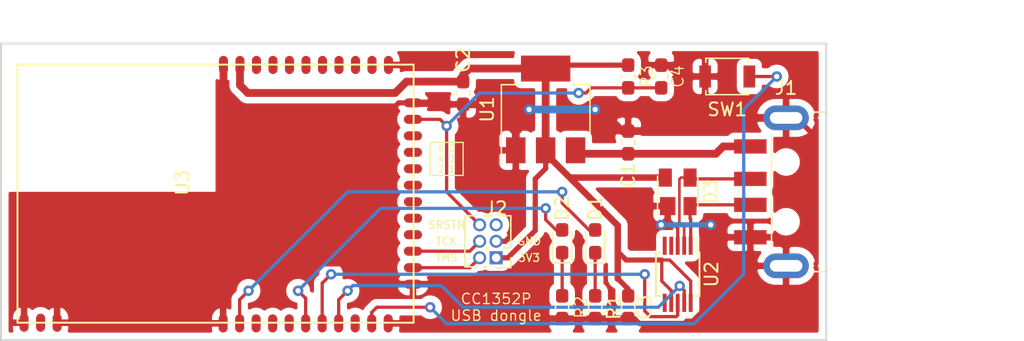
<source format=kicad_pcb>
(kicad_pcb (version 20171130) (host pcbnew "(5.1.5)-3")

  (general
    (thickness 1.6)
    (drawings 15)
    (tracks 208)
    (zones 0)
    (modules 16)
    (nets 40)
  )

  (page A4)
  (layers
    (0 F.Cu signal)
    (31 B.Cu signal)
    (32 B.Adhes user)
    (33 F.Adhes user)
    (34 B.Paste user)
    (35 F.Paste user)
    (36 B.SilkS user)
    (37 F.SilkS user)
    (38 B.Mask user)
    (39 F.Mask user)
    (40 Dwgs.User user)
    (41 Cmts.User user)
    (42 Eco1.User user)
    (43 Eco2.User user)
    (44 Edge.Cuts user)
    (45 Margin user)
    (46 B.CrtYd user)
    (47 F.CrtYd user)
    (48 B.Fab user)
    (49 F.Fab user)
  )

  (setup
    (last_trace_width 0.25)
    (trace_clearance 0.2)
    (zone_clearance 0.508)
    (zone_45_only no)
    (trace_min 0.2)
    (via_size 0.8)
    (via_drill 0.4)
    (via_min_size 0.4)
    (via_min_drill 0.3)
    (uvia_size 0.3)
    (uvia_drill 0.1)
    (uvias_allowed no)
    (uvia_min_size 0.2)
    (uvia_min_drill 0.1)
    (edge_width 0.15)
    (segment_width 0.2)
    (pcb_text_width 0.3)
    (pcb_text_size 1.5 1.5)
    (mod_edge_width 0.15)
    (mod_text_size 1 1)
    (mod_text_width 0.15)
    (pad_size 0.7 1.4)
    (pad_drill 0)
    (pad_to_mask_clearance 0.051)
    (solder_mask_min_width 0.25)
    (aux_axis_origin 0 0)
    (visible_elements 7FFFFFFF)
    (pcbplotparams
      (layerselection 0x010fc_ffffffff)
      (usegerberextensions false)
      (usegerberattributes false)
      (usegerberadvancedattributes false)
      (creategerberjobfile false)
      (excludeedgelayer true)
      (linewidth 0.100000)
      (plotframeref false)
      (viasonmask false)
      (mode 1)
      (useauxorigin false)
      (hpglpennumber 1)
      (hpglpenspeed 20)
      (hpglpendiameter 15.000000)
      (psnegative false)
      (psa4output false)
      (plotreference true)
      (plotvalue true)
      (plotinvisibletext false)
      (padsonsilk false)
      (subtractmaskfromsilk false)
      (outputformat 1)
      (mirror false)
      (drillshape 0)
      (scaleselection 1)
      (outputdirectory "plot/"))
  )

  (net 0 "")
  (net 1 GND)
  (net 2 VBUS)
  (net 3 +3V3)
  (net 4 "Net-(U2-Pad5)")
  (net 5 "Net-(U2-Pad6)")
  (net 6 "Net-(U2-Pad9)")
  (net 7 "Net-(U3-Pad20)")
  (net 8 "Net-(U3-Pad22)")
  (net 9 "Net-(U3-Pad21)")
  (net 10 "Net-(U3-Pad23)")
  (net 11 "Net-(U3-Pad24)")
  (net 12 "Net-(U3-Pad28)")
  (net 13 "Net-(U3-Pad29)")
  (net 14 "Net-(U3-Pad30)")
  (net 15 "Net-(U3-Pad31)")
  (net 16 "Net-(U3-Pad32)")
  (net 17 "Net-(U3-Pad33)")
  (net 18 "Net-(U3-Pad34)")
  (net 19 "Net-(U3-Pad35)")
  (net 20 "Net-(U3-Pad12)")
  (net 21 "Net-(U3-Pad8)")
  (net 22 "Net-(U3-Pad7)")
  (net 23 "Net-(U3-Pad2)")
  (net 24 /LED_RED)
  (net 25 /LED_GREEN)
  (net 26 "Net-(U2-Pad4)")
  (net 27 "Net-(U2-Pad8)")
  (net 28 "Net-(SW1-Pad2)")
  (net 29 /TMS)
  (net 30 /TCK)
  (net 31 /TDO)
  (net 32 /TDI)
  (net 33 /SRSTN)
  (net 34 "Net-(D1-Pad1)")
  (net 35 "Net-(D2-Pad1)")
  (net 36 "Net-(J2-Pad5)")
  (net 37 "Net-(D3-Pad3)")
  (net 38 "Net-(D3-Pad2)")
  (net 39 "Net-(U3-Pad6)")

  (net_class Default "This is the default net class."
    (clearance 0.2)
    (trace_width 0.25)
    (via_dia 0.8)
    (via_drill 0.4)
    (uvia_dia 0.3)
    (uvia_drill 0.1)
    (add_net /LED_GREEN)
    (add_net /LED_RED)
    (add_net /SRSTN)
    (add_net /TCK)
    (add_net /TDI)
    (add_net /TDO)
    (add_net /TMS)
    (add_net "Net-(D1-Pad1)")
    (add_net "Net-(D2-Pad1)")
    (add_net "Net-(D3-Pad2)")
    (add_net "Net-(D3-Pad3)")
    (add_net "Net-(J2-Pad5)")
    (add_net "Net-(SW1-Pad2)")
    (add_net "Net-(U2-Pad4)")
    (add_net "Net-(U2-Pad5)")
    (add_net "Net-(U2-Pad6)")
    (add_net "Net-(U2-Pad8)")
    (add_net "Net-(U2-Pad9)")
    (add_net "Net-(U3-Pad12)")
    (add_net "Net-(U3-Pad2)")
    (add_net "Net-(U3-Pad20)")
    (add_net "Net-(U3-Pad21)")
    (add_net "Net-(U3-Pad22)")
    (add_net "Net-(U3-Pad23)")
    (add_net "Net-(U3-Pad24)")
    (add_net "Net-(U3-Pad28)")
    (add_net "Net-(U3-Pad29)")
    (add_net "Net-(U3-Pad30)")
    (add_net "Net-(U3-Pad31)")
    (add_net "Net-(U3-Pad32)")
    (add_net "Net-(U3-Pad33)")
    (add_net "Net-(U3-Pad34)")
    (add_net "Net-(U3-Pad35)")
    (add_net "Net-(U3-Pad6)")
    (add_net "Net-(U3-Pad7)")
    (add_net "Net-(U3-Pad8)")
  )

  (net_class 3V3 ""
    (clearance 0.2)
    (trace_width 0.4)
    (via_dia 0.8)
    (via_drill 0.4)
    (uvia_dia 0.3)
    (uvia_drill 0.1)
    (add_net +3V3)
  )

  (net_class GND ""
    (clearance 0.2)
    (trace_width 0.4)
    (via_dia 0.8)
    (via_drill 0.4)
    (uvia_dia 0.3)
    (uvia_drill 0.1)
    (add_net GND)
  )

  (net_class VBUS ""
    (clearance 0.2)
    (trace_width 0.4)
    (via_dia 0.8)
    (via_drill 0.4)
    (uvia_dia 0.3)
    (uvia_drill 0.1)
    (add_net VBUS)
  )

  (module Connector_PinHeader_1.27mm:PinHeader_2x03_P1.27mm_Vertical (layer F.Cu) (tedit 59FED6E3) (tstamp 5E766B37)
    (at 104.14 64.77 180)
    (descr "Through hole straight pin header, 2x03, 1.27mm pitch, double rows")
    (tags "Through hole pin header THT 2x03 1.27mm double row")
    (path /5E70DD3A)
    (fp_text reference J2 (at 0 3.81) (layer F.SilkS)
      (effects (font (size 1 1) (thickness 0.15)))
    )
    (fp_text value Conn_02x03_Odd_Even (at 1.27 7.41) (layer F.Fab)
      (effects (font (size 1 1) (thickness 0.15)))
    )
    (fp_text user %R (at 1.27 2.54 90) (layer F.Fab)
      (effects (font (size 1 1) (thickness 0.15)))
    )
    (fp_line (start 2.85 -1.15) (end -1.6 -1.15) (layer F.CrtYd) (width 0.05))
    (fp_line (start 2.85 3.7) (end 2.85 -1.15) (layer F.CrtYd) (width 0.05))
    (fp_line (start -1.6 3.7) (end 2.85 3.7) (layer F.CrtYd) (width 0.05))
    (fp_line (start -1.6 -1.15) (end -1.6 3.7) (layer F.CrtYd) (width 0.05))
    (fp_line (start -1.13 -0.76) (end 0 -0.76) (layer F.SilkS) (width 0.12))
    (fp_line (start -1.13 0) (end -1.13 -0.76) (layer F.SilkS) (width 0.12))
    (fp_line (start 1.57753 -0.695) (end 2.4 -0.695) (layer F.SilkS) (width 0.12))
    (fp_line (start 0.76 -0.695) (end 0.96247 -0.695) (layer F.SilkS) (width 0.12))
    (fp_line (start 0.76 -0.563471) (end 0.76 -0.695) (layer F.SilkS) (width 0.12))
    (fp_line (start 0.76 0.706529) (end 0.76 0.563471) (layer F.SilkS) (width 0.12))
    (fp_line (start 0.563471 0.76) (end 0.706529 0.76) (layer F.SilkS) (width 0.12))
    (fp_line (start -1.13 0.76) (end -0.563471 0.76) (layer F.SilkS) (width 0.12))
    (fp_line (start 2.4 -0.695) (end 2.4 3.235) (layer F.SilkS) (width 0.12))
    (fp_line (start -1.13 0.76) (end -1.13 3.235) (layer F.SilkS) (width 0.12))
    (fp_line (start 0.30753 3.235) (end 0.96247 3.235) (layer F.SilkS) (width 0.12))
    (fp_line (start 1.57753 3.235) (end 2.4 3.235) (layer F.SilkS) (width 0.12))
    (fp_line (start -1.13 3.235) (end -0.30753 3.235) (layer F.SilkS) (width 0.12))
    (fp_line (start -1.07 0.2175) (end -0.2175 -0.635) (layer F.Fab) (width 0.1))
    (fp_line (start -1.07 3.175) (end -1.07 0.2175) (layer F.Fab) (width 0.1))
    (fp_line (start 2.34 3.175) (end -1.07 3.175) (layer F.Fab) (width 0.1))
    (fp_line (start 2.34 -0.635) (end 2.34 3.175) (layer F.Fab) (width 0.1))
    (fp_line (start -0.2175 -0.635) (end 2.34 -0.635) (layer F.Fab) (width 0.1))
    (pad 6 thru_hole oval (at 1.27 2.54 180) (size 1 1) (drill 0.65) (layers *.Cu *.Mask)
      (net 33 /SRSTN))
    (pad 5 thru_hole oval (at 0 2.54 180) (size 1 1) (drill 0.65) (layers *.Cu *.Mask)
      (net 36 "Net-(J2-Pad5)"))
    (pad 4 thru_hole oval (at 1.27 1.27 180) (size 1 1) (drill 0.65) (layers *.Cu *.Mask)
      (net 30 /TCK))
    (pad 3 thru_hole oval (at 0 1.27 180) (size 1 1) (drill 0.65) (layers *.Cu *.Mask)
      (net 1 GND))
    (pad 2 thru_hole oval (at 1.27 0 180) (size 1 1) (drill 0.65) (layers *.Cu *.Mask)
      (net 29 /TMS))
    (pad 1 thru_hole rect (at 0 0 180) (size 1 1) (drill 0.65) (layers *.Cu *.Mask)
      (net 3 +3V3))
    (model ${KISYS3DMOD}/Connector_PinHeader_1.27mm.3dshapes/PinHeader_2x03_P1.27mm_Vertical.wrl
      (at (xyz 0 0 0))
      (scale (xyz 1 1 1))
      (rotate (xyz 0 0 0))
    )
  )

  (module Package_SO:MSOP-10_3x3mm_P0.5mm (layer F.Cu) (tedit 5A02F25C) (tstamp 5E96683E)
    (at 118.11 66.04 270)
    (descr "10-Lead Plastic Micro Small Outline Package (MS) [MSOP] (see Microchip Packaging Specification 00000049BS.pdf)")
    (tags "SSOP 0.5")
    (path /5E5E1F15)
    (attr smd)
    (fp_text reference U2 (at 0 -2.6 270) (layer F.SilkS)
      (effects (font (size 1 1) (thickness 0.15)))
    )
    (fp_text value CH304E (at 0 2.6 270) (layer F.Fab)
      (effects (font (size 1 1) (thickness 0.15)))
    )
    (fp_text user %R (at 0 0 270) (layer F.Fab)
      (effects (font (size 0.6 0.6) (thickness 0.15)))
    )
    (fp_line (start -1.675 -1.45) (end -2.9 -1.45) (layer F.SilkS) (width 0.15))
    (fp_line (start -1.675 1.675) (end 1.675 1.675) (layer F.SilkS) (width 0.15))
    (fp_line (start -1.675 -1.675) (end 1.675 -1.675) (layer F.SilkS) (width 0.15))
    (fp_line (start -1.675 1.675) (end -1.675 1.375) (layer F.SilkS) (width 0.15))
    (fp_line (start 1.675 1.675) (end 1.675 1.375) (layer F.SilkS) (width 0.15))
    (fp_line (start 1.675 -1.675) (end 1.675 -1.375) (layer F.SilkS) (width 0.15))
    (fp_line (start -1.675 -1.675) (end -1.675 -1.45) (layer F.SilkS) (width 0.15))
    (fp_line (start -3.15 1.85) (end 3.15 1.85) (layer F.CrtYd) (width 0.05))
    (fp_line (start -3.15 -1.85) (end 3.15 -1.85) (layer F.CrtYd) (width 0.05))
    (fp_line (start 3.15 -1.85) (end 3.15 1.85) (layer F.CrtYd) (width 0.05))
    (fp_line (start -3.15 -1.85) (end -3.15 1.85) (layer F.CrtYd) (width 0.05))
    (fp_line (start -1.5 -0.5) (end -0.5 -1.5) (layer F.Fab) (width 0.15))
    (fp_line (start -1.5 1.5) (end -1.5 -0.5) (layer F.Fab) (width 0.15))
    (fp_line (start 1.5 1.5) (end -1.5 1.5) (layer F.Fab) (width 0.15))
    (fp_line (start 1.5 -1.5) (end 1.5 1.5) (layer F.Fab) (width 0.15))
    (fp_line (start -0.5 -1.5) (end 1.5 -1.5) (layer F.Fab) (width 0.15))
    (pad 10 smd rect (at 2.2 -1 270) (size 1.4 0.3) (layers F.Cu F.Paste F.Mask)
      (net 3 +3V3))
    (pad 9 smd rect (at 2.2 -0.5 270) (size 1.4 0.3) (layers F.Cu F.Paste F.Mask)
      (net 6 "Net-(U2-Pad9)"))
    (pad 8 smd rect (at 2.2 0 270) (size 1.4 0.3) (layers F.Cu F.Paste F.Mask)
      (net 27 "Net-(U2-Pad8)"))
    (pad 7 smd rect (at 2.2 0.5 270) (size 1.4 0.3) (layers F.Cu F.Paste F.Mask)
      (net 3 +3V3))
    (pad 6 smd rect (at 2.2 1 270) (size 1.4 0.3) (layers F.Cu F.Paste F.Mask)
      (net 5 "Net-(U2-Pad6)"))
    (pad 5 smd rect (at -2.2 1 270) (size 1.4 0.3) (layers F.Cu F.Paste F.Mask)
      (net 4 "Net-(U2-Pad5)"))
    (pad 4 smd rect (at -2.2 0.5 270) (size 1.4 0.3) (layers F.Cu F.Paste F.Mask)
      (net 26 "Net-(U2-Pad4)"))
    (pad 3 smd rect (at -2.2 0 270) (size 1.4 0.3) (layers F.Cu F.Paste F.Mask)
      (net 1 GND))
    (pad 2 smd rect (at -2.2 -0.5 270) (size 1.4 0.3) (layers F.Cu F.Paste F.Mask)
      (net 37 "Net-(D3-Pad3)"))
    (pad 1 smd rect (at -2.2 -1 270) (size 1.4 0.3) (layers F.Cu F.Paste F.Mask)
      (net 38 "Net-(D3-Pad2)"))
    (model ${KISYS3DMOD}/Package_SO.3dshapes/MSOP-10_3x3mm_P0.5mm.wrl
      (at (xyz 0 0 0))
      (scale (xyz 1 1 1))
      (rotate (xyz 0 0 0))
    )
  )

  (module Button_Switch_SMD:SW_SPST_B3U-1000P (layer F.Cu) (tedit 5A02FC95) (tstamp 5E7AFF4B)
    (at 121.92 50.8)
    (descr "Ultra-small-sized Tactile Switch with High Contact Reliability, Top-actuated Model, without Ground Terminal, without Boss")
    (tags "Tactile Switch")
    (path /5E6D6FDB)
    (attr smd)
    (fp_text reference SW1 (at 0 2.54 180) (layer F.SilkS)
      (effects (font (size 1 1) (thickness 0.15)))
    )
    (fp_text value SW_Push (at 0 2.5 180) (layer F.Fab)
      (effects (font (size 1 1) (thickness 0.15)))
    )
    (fp_circle (center 0 0) (end 0.75 0) (layer F.Fab) (width 0.1))
    (fp_line (start -1.5 1.25) (end -1.5 -1.25) (layer F.Fab) (width 0.1))
    (fp_line (start 1.5 1.25) (end -1.5 1.25) (layer F.Fab) (width 0.1))
    (fp_line (start 1.5 -1.25) (end 1.5 1.25) (layer F.Fab) (width 0.1))
    (fp_line (start -1.5 -1.25) (end 1.5 -1.25) (layer F.Fab) (width 0.1))
    (fp_line (start 1.65 -1.4) (end 1.65 -1.1) (layer F.SilkS) (width 0.12))
    (fp_line (start -1.65 -1.4) (end 1.65 -1.4) (layer F.SilkS) (width 0.12))
    (fp_line (start -1.65 -1.1) (end -1.65 -1.4) (layer F.SilkS) (width 0.12))
    (fp_line (start 1.65 1.4) (end 1.65 1.1) (layer F.SilkS) (width 0.12))
    (fp_line (start -1.65 1.4) (end 1.65 1.4) (layer F.SilkS) (width 0.12))
    (fp_line (start -1.65 1.1) (end -1.65 1.4) (layer F.SilkS) (width 0.12))
    (fp_line (start -2.4 -1.65) (end -2.4 1.65) (layer F.CrtYd) (width 0.05))
    (fp_line (start 2.4 -1.65) (end -2.4 -1.65) (layer F.CrtYd) (width 0.05))
    (fp_line (start 2.4 1.65) (end 2.4 -1.65) (layer F.CrtYd) (width 0.05))
    (fp_line (start -2.4 1.65) (end 2.4 1.65) (layer F.CrtYd) (width 0.05))
    (fp_text user %R (at 0 2.54 180) (layer F.Fab)
      (effects (font (size 1 1) (thickness 0.15)))
    )
    (pad 2 smd rect (at 1.7 0) (size 0.9 1.7) (layers F.Cu F.Paste F.Mask)
      (net 28 "Net-(SW1-Pad2)"))
    (pad 1 smd rect (at -1.7 0) (size 0.9 1.7) (layers F.Cu F.Paste F.Mask)
      (net 1 GND))
    (model ${KISYS3DMOD}/Button_Switch_SMD.3dshapes/SW_SPST_B3U-1000P.wrl
      (at (xyz 0 0 0))
      (scale (xyz 1 1 1))
      (rotate (xyz 0 0 0))
    )
  )

  (module Package_TO_SOT_SMD:SOT-143 (layer F.Cu) (tedit 5A02FF57) (tstamp 5E73EE08)
    (at 118.11 59.69 90)
    (descr SOT-143)
    (tags SOT-143)
    (path /5E716300)
    (attr smd)
    (fp_text reference D3 (at 0 2.54 90) (layer F.SilkS)
      (effects (font (size 1 1) (thickness 0.15)))
    )
    (fp_text value PRTR5V0U2X (at -0.28 2.48 90) (layer F.Fab)
      (effects (font (size 1 1) (thickness 0.15)))
    )
    (fp_line (start -2.05 1.75) (end -2.05 -1.75) (layer F.CrtYd) (width 0.05))
    (fp_line (start -2.05 1.75) (end 2.05 1.75) (layer F.CrtYd) (width 0.05))
    (fp_line (start 2.05 -1.75) (end -2.05 -1.75) (layer F.CrtYd) (width 0.05))
    (fp_line (start 2.05 -1.75) (end 2.05 1.75) (layer F.CrtYd) (width 0.05))
    (fp_line (start 1.2 -1.5) (end 1.2 1.5) (layer F.Fab) (width 0.1))
    (fp_line (start 1.2 1.5) (end -1.2 1.5) (layer F.Fab) (width 0.1))
    (fp_line (start -1.2 1.5) (end -1.2 -1) (layer F.Fab) (width 0.1))
    (fp_line (start -0.7 -1.5) (end 1.2 -1.5) (layer F.Fab) (width 0.1))
    (fp_line (start -1.2 -1) (end -0.7 -1.5) (layer F.Fab) (width 0.1))
    (fp_line (start 1.2 -1.55) (end -1.75 -1.55) (layer F.SilkS) (width 0.12))
    (fp_line (start -1.2 1.55) (end 1.2 1.55) (layer F.SilkS) (width 0.12))
    (fp_text user %R (at 0 0) (layer F.Fab)
      (effects (font (size 0.5 0.5) (thickness 0.075)))
    )
    (pad 4 smd rect (at 1.1 -0.95) (size 1 1.4) (layers F.Cu F.Paste F.Mask)
      (net 3 +3V3))
    (pad 3 smd rect (at 1.1 0.95) (size 1 1.4) (layers F.Cu F.Paste F.Mask)
      (net 37 "Net-(D3-Pad3)"))
    (pad 2 smd rect (at -1.1 0.95) (size 1 1.4) (layers F.Cu F.Paste F.Mask)
      (net 38 "Net-(D3-Pad2)"))
    (pad 1 smd rect (at -1.1 -0.77) (size 1.2 1.4) (layers F.Cu F.Paste F.Mask)
      (net 1 GND))
    (model ${KISYS3DMOD}/Package_TO_SOT_SMD.3dshapes/SOT-143.wrl
      (at (xyz 0 0 0))
      (scale (xyz 1 1 1))
      (rotate (xyz 0 0 0))
    )
  )

  (module Capacitor_SMD:C_0603_1608Metric_Pad1.05x0.95mm_HandSolder (layer F.Cu) (tedit 5B301BBE) (tstamp 5E719154)
    (at 114.3 55.88 90)
    (descr "Capacitor SMD 0603 (1608 Metric), square (rectangular) end terminal, IPC_7351 nominal with elongated pad for handsoldering. (Body size source: http://www.tortai-tech.com/upload/download/2011102023233369053.pdf), generated with kicad-footprint-generator")
    (tags "capacitor handsolder")
    (path /5E58D2C5)
    (attr smd)
    (fp_text reference C1 (at -2.54 0 270) (layer F.SilkS)
      (effects (font (size 1 1) (thickness 0.15)))
    )
    (fp_text value 100nF (at 0 1.43 270) (layer F.Fab)
      (effects (font (size 1 1) (thickness 0.15)))
    )
    (fp_text user %R (at 0 0 270) (layer F.Fab)
      (effects (font (size 0.4 0.4) (thickness 0.06)))
    )
    (fp_line (start 1.65 0.73) (end -1.65 0.73) (layer F.CrtYd) (width 0.05))
    (fp_line (start 1.65 -0.73) (end 1.65 0.73) (layer F.CrtYd) (width 0.05))
    (fp_line (start -1.65 -0.73) (end 1.65 -0.73) (layer F.CrtYd) (width 0.05))
    (fp_line (start -1.65 0.73) (end -1.65 -0.73) (layer F.CrtYd) (width 0.05))
    (fp_line (start -0.171267 0.51) (end 0.171267 0.51) (layer F.SilkS) (width 0.12))
    (fp_line (start -0.171267 -0.51) (end 0.171267 -0.51) (layer F.SilkS) (width 0.12))
    (fp_line (start 0.8 0.4) (end -0.8 0.4) (layer F.Fab) (width 0.1))
    (fp_line (start 0.8 -0.4) (end 0.8 0.4) (layer F.Fab) (width 0.1))
    (fp_line (start -0.8 -0.4) (end 0.8 -0.4) (layer F.Fab) (width 0.1))
    (fp_line (start -0.8 0.4) (end -0.8 -0.4) (layer F.Fab) (width 0.1))
    (pad 2 smd roundrect (at 0.875 0 90) (size 1.05 0.95) (layers F.Cu F.Paste F.Mask) (roundrect_rratio 0.25)
      (net 1 GND))
    (pad 1 smd roundrect (at -0.875 0 90) (size 1.05 0.95) (layers F.Cu F.Paste F.Mask) (roundrect_rratio 0.25)
      (net 2 VBUS))
    (model ${KISYS3DMOD}/Capacitor_SMD.3dshapes/C_0603_1608Metric.wrl
      (at (xyz 0 0 0))
      (scale (xyz 1 1 1))
      (rotate (xyz 0 0 0))
    )
  )

  (module Capacitor_SMD:C_0603_1608Metric_Pad1.05x0.95mm_HandSolder (layer F.Cu) (tedit 5B301BBE) (tstamp 5E96676E)
    (at 114.3 68.58 270)
    (descr "Capacitor SMD 0603 (1608 Metric), square (rectangular) end terminal, IPC_7351 nominal with elongated pad for handsoldering. (Body size source: http://www.tortai-tech.com/upload/download/2011102023233369053.pdf), generated with kicad-footprint-generator")
    (tags "capacitor handsolder")
    (path /5E59C736)
    (attr smd)
    (fp_text reference C3 (at 0 -1.27 90) (layer F.SilkS)
      (effects (font (size 1 1) (thickness 0.15)))
    )
    (fp_text value 100nF (at 0 1.43 90) (layer F.Fab)
      (effects (font (size 1 1) (thickness 0.15)))
    )
    (fp_text user %R (at 0 0 90) (layer F.Fab)
      (effects (font (size 0.4 0.4) (thickness 0.06)))
    )
    (fp_line (start 1.65 0.73) (end -1.65 0.73) (layer F.CrtYd) (width 0.05))
    (fp_line (start 1.65 -0.73) (end 1.65 0.73) (layer F.CrtYd) (width 0.05))
    (fp_line (start -1.65 -0.73) (end 1.65 -0.73) (layer F.CrtYd) (width 0.05))
    (fp_line (start -1.65 0.73) (end -1.65 -0.73) (layer F.CrtYd) (width 0.05))
    (fp_line (start -0.171267 0.51) (end 0.171267 0.51) (layer F.SilkS) (width 0.12))
    (fp_line (start -0.171267 -0.51) (end 0.171267 -0.51) (layer F.SilkS) (width 0.12))
    (fp_line (start 0.8 0.4) (end -0.8 0.4) (layer F.Fab) (width 0.1))
    (fp_line (start 0.8 -0.4) (end 0.8 0.4) (layer F.Fab) (width 0.1))
    (fp_line (start -0.8 -0.4) (end 0.8 -0.4) (layer F.Fab) (width 0.1))
    (fp_line (start -0.8 0.4) (end -0.8 -0.4) (layer F.Fab) (width 0.1))
    (pad 2 smd roundrect (at 0.875 0 270) (size 1.05 0.95) (layers F.Cu F.Paste F.Mask) (roundrect_rratio 0.25)
      (net 1 GND))
    (pad 1 smd roundrect (at -0.875 0 270) (size 1.05 0.95) (layers F.Cu F.Paste F.Mask) (roundrect_rratio 0.25)
      (net 3 +3V3))
    (model ${KISYS3DMOD}/Capacitor_SMD.3dshapes/C_0603_1608Metric.wrl
      (at (xyz 0 0 0))
      (scale (xyz 1 1 1))
      (rotate (xyz 0 0 0))
    )
  )

  (module LED_SMD:LED_0603_1608Metric_Pad1.05x0.95mm_HandSolder (layer F.Cu) (tedit 5B4B45C9) (tstamp 5E976DDD)
    (at 111.76 63.5 90)
    (descr "LED SMD 0603 (1608 Metric), square (rectangular) end terminal, IPC_7351 nominal, (Body size source: http://www.tortai-tech.com/upload/download/2011102023233369053.pdf), generated with kicad-footprint-generator")
    (tags "LED handsolder")
    (path /5E59D6FA)
    (attr smd)
    (fp_text reference D1 (at 2.54 0 90) (layer F.SilkS)
      (effects (font (size 1 1) (thickness 0.15)))
    )
    (fp_text value GREEN (at 0 1.43 90) (layer F.Fab)
      (effects (font (size 1 1) (thickness 0.15)))
    )
    (fp_line (start 0.8 -0.4) (end -0.5 -0.4) (layer F.Fab) (width 0.1))
    (fp_line (start -0.5 -0.4) (end -0.8 -0.1) (layer F.Fab) (width 0.1))
    (fp_line (start -0.8 -0.1) (end -0.8 0.4) (layer F.Fab) (width 0.1))
    (fp_line (start -0.8 0.4) (end 0.8 0.4) (layer F.Fab) (width 0.1))
    (fp_line (start 0.8 0.4) (end 0.8 -0.4) (layer F.Fab) (width 0.1))
    (fp_line (start 0.8 -0.735) (end -1.66 -0.735) (layer F.SilkS) (width 0.12))
    (fp_line (start -1.66 -0.735) (end -1.66 0.735) (layer F.SilkS) (width 0.12))
    (fp_line (start -1.66 0.735) (end 0.8 0.735) (layer F.SilkS) (width 0.12))
    (fp_line (start -1.65 0.73) (end -1.65 -0.73) (layer F.CrtYd) (width 0.05))
    (fp_line (start -1.65 -0.73) (end 1.65 -0.73) (layer F.CrtYd) (width 0.05))
    (fp_line (start 1.65 -0.73) (end 1.65 0.73) (layer F.CrtYd) (width 0.05))
    (fp_line (start 1.65 0.73) (end -1.65 0.73) (layer F.CrtYd) (width 0.05))
    (fp_text user %R (at 0 0 90) (layer F.Fab)
      (effects (font (size 0.4 0.4) (thickness 0.06)))
    )
    (pad 1 smd roundrect (at -0.875 0 90) (size 1.05 0.95) (layers F.Cu F.Paste F.Mask) (roundrect_rratio 0.25)
      (net 34 "Net-(D1-Pad1)"))
    (pad 2 smd roundrect (at 0.875 0 90) (size 1.05 0.95) (layers F.Cu F.Paste F.Mask) (roundrect_rratio 0.25)
      (net 25 /LED_GREEN))
    (model ${KISYS3DMOD}/LED_SMD.3dshapes/LED_0603_1608Metric.wrl
      (at (xyz 0 0 0))
      (scale (xyz 1 1 1))
      (rotate (xyz 0 0 0))
    )
  )

  (module LED_SMD:LED_0603_1608Metric_Pad1.05x0.95mm_HandSolder (layer F.Cu) (tedit 5B4B45C9) (tstamp 5E9667A5)
    (at 109.22 63.5 90)
    (descr "LED SMD 0603 (1608 Metric), square (rectangular) end terminal, IPC_7351 nominal, (Body size source: http://www.tortai-tech.com/upload/download/2011102023233369053.pdf), generated with kicad-footprint-generator")
    (tags "LED handsolder")
    (path /5E59D79A)
    (attr smd)
    (fp_text reference D2 (at 2.54 0 90) (layer F.SilkS)
      (effects (font (size 1 1) (thickness 0.15)))
    )
    (fp_text value RED (at 0 1.43 90) (layer F.Fab)
      (effects (font (size 1 1) (thickness 0.15)))
    )
    (fp_text user %R (at 0 0 90) (layer F.Fab)
      (effects (font (size 0.4 0.4) (thickness 0.06)))
    )
    (fp_line (start 1.65 0.73) (end -1.65 0.73) (layer F.CrtYd) (width 0.05))
    (fp_line (start 1.65 -0.73) (end 1.65 0.73) (layer F.CrtYd) (width 0.05))
    (fp_line (start -1.65 -0.73) (end 1.65 -0.73) (layer F.CrtYd) (width 0.05))
    (fp_line (start -1.65 0.73) (end -1.65 -0.73) (layer F.CrtYd) (width 0.05))
    (fp_line (start -1.66 0.735) (end 0.8 0.735) (layer F.SilkS) (width 0.12))
    (fp_line (start -1.66 -0.735) (end -1.66 0.735) (layer F.SilkS) (width 0.12))
    (fp_line (start 0.8 -0.735) (end -1.66 -0.735) (layer F.SilkS) (width 0.12))
    (fp_line (start 0.8 0.4) (end 0.8 -0.4) (layer F.Fab) (width 0.1))
    (fp_line (start -0.8 0.4) (end 0.8 0.4) (layer F.Fab) (width 0.1))
    (fp_line (start -0.8 -0.1) (end -0.8 0.4) (layer F.Fab) (width 0.1))
    (fp_line (start -0.5 -0.4) (end -0.8 -0.1) (layer F.Fab) (width 0.1))
    (fp_line (start 0.8 -0.4) (end -0.5 -0.4) (layer F.Fab) (width 0.1))
    (pad 2 smd roundrect (at 0.875 0 90) (size 1.05 0.95) (layers F.Cu F.Paste F.Mask) (roundrect_rratio 0.25)
      (net 24 /LED_RED))
    (pad 1 smd roundrect (at -0.875 0 90) (size 1.05 0.95) (layers F.Cu F.Paste F.Mask) (roundrect_rratio 0.25)
      (net 35 "Net-(D2-Pad1)"))
    (model ${KISYS3DMOD}/LED_SMD.3dshapes/LED_0603_1608Metric.wrl
      (at (xyz 0 0 0))
      (scale (xyz 1 1 1))
      (rotate (xyz 0 0 0))
    )
  )

  (module Connector_USB:USB_A_CNCTech_1001-011-01101_Horizontal (layer F.Cu) (tedit 5AFEF547) (tstamp 5E9667D5)
    (at 133.35 59.69)
    (descr http://cnctech.us/pdfs/1001-011-01101.pdf)
    (tags USB-A)
    (path /5E72851F)
    (attr smd)
    (fp_text reference J1 (at -6.9 -8) (layer F.SilkS)
      (effects (font (size 1 1) (thickness 0.15)))
    )
    (fp_text value USB_A (at 0 8 180) (layer F.Fab)
      (effects (font (size 1 1) (thickness 0.15)))
    )
    (fp_line (start -7.9 6.025) (end -7.9 -6.025) (layer F.Fab) (width 0.1))
    (fp_line (start -7.9 -6.025) (end 10.9 -6.025) (layer F.Fab) (width 0.1))
    (fp_line (start -7.9 6.025) (end 10.9 6.025) (layer F.Fab) (width 0.1))
    (fp_line (start 10.9 6.025) (end 10.9 -6.025) (layer F.Fab) (width 0.1))
    (fp_line (start -10.4 3.75) (end -10.4 3.25) (layer F.Fab) (width 0.1))
    (fp_line (start -10.4 3.25) (end -7.9 3.25) (layer F.Fab) (width 0.1))
    (fp_line (start -10.4 3.75) (end -7.9 3.75) (layer F.Fab) (width 0.1))
    (fp_line (start -10.4 0.75) (end -7.9 0.75) (layer F.Fab) (width 0.1))
    (fp_line (start -10.4 1.25) (end -10.4 0.75) (layer F.Fab) (width 0.1))
    (fp_line (start -10.4 1.25) (end -7.9 1.25) (layer F.Fab) (width 0.1))
    (fp_line (start -10.4 -0.75) (end -10.4 -1.25) (layer F.Fab) (width 0.1))
    (fp_line (start -10.4 -0.75) (end -7.9 -0.75) (layer F.Fab) (width 0.1))
    (fp_line (start -10.4 -1.25) (end -7.9 -1.25) (layer F.Fab) (width 0.1))
    (fp_line (start -10.4 -3.75) (end -7.9 -3.75) (layer F.Fab) (width 0.1))
    (fp_line (start -10.4 -3.25) (end -10.4 -3.75) (layer F.Fab) (width 0.1))
    (fp_line (start -10.4 -3.25) (end -7.9 -3.25) (layer F.Fab) (width 0.1))
    (fp_circle (center -6.9 -2.3) (end -6.9 -2.8) (layer F.Fab) (width 0.1))
    (fp_circle (center -6.9 2.3) (end -6.9 2.8) (layer F.Fab) (width 0.1))
    (fp_line (start -8.02 -4.4) (end -8.02 4.4) (layer F.SilkS) (width 0.12))
    (fp_line (start -3.8 6.025) (end -3.8 -6.025) (layer Dwgs.User) (width 0.1))
    (fp_text user "PCB Edge" (at -4.55 -0.05 90) (layer Dwgs.User)
      (effects (font (size 0.6 0.6) (thickness 0.09)))
    )
    (fp_line (start -4.85 -6.145) (end -3.8 -6.145) (layer F.SilkS) (width 0.12))
    (fp_line (start -4.85 6.145) (end -3.8 6.145) (layer F.SilkS) (width 0.12))
    (fp_line (start -11.4 4.55) (end -11.4 -4.55) (layer F.CrtYd) (width 0.05))
    (fp_line (start -11.4 -4.55) (end -9.15 -4.55) (layer F.CrtYd) (width 0.05))
    (fp_line (start -9.15 -7.15) (end -9.15 -4.55) (layer F.CrtYd) (width 0.05))
    (fp_line (start -9.15 -7.15) (end -4.65 -7.15) (layer F.CrtYd) (width 0.05))
    (fp_line (start -4.65 -6.52) (end -4.65 -7.15) (layer F.CrtYd) (width 0.05))
    (fp_line (start -4.65 -6.52) (end 11.4 -6.52) (layer F.CrtYd) (width 0.05))
    (fp_line (start 11.4 6.52) (end 11.4 -6.52) (layer F.CrtYd) (width 0.05))
    (fp_text user %R (at -6 0 90) (layer F.Fab)
      (effects (font (size 1 1) (thickness 0.15)))
    )
    (fp_line (start -4.65 6.52) (end 11.4 6.52) (layer F.CrtYd) (width 0.05))
    (fp_line (start -4.65 7.15) (end -4.65 6.52) (layer F.CrtYd) (width 0.05))
    (fp_line (start -9.15 7.15) (end -4.65 7.15) (layer F.CrtYd) (width 0.05))
    (fp_line (start -9.15 4.55) (end -9.15 7.15) (layer F.CrtYd) (width 0.05))
    (fp_line (start -11.4 4.55) (end -9.15 4.55) (layer F.CrtYd) (width 0.05))
    (pad 2 smd rect (at -9.65 -1) (size 2.5 1.1) (layers F.Cu F.Paste F.Mask)
      (net 37 "Net-(D3-Pad3)"))
    (pad 3 smd rect (at -9.65 1) (size 2.5 1.1) (layers F.Cu F.Paste F.Mask)
      (net 38 "Net-(D3-Pad2)"))
    (pad 1 smd rect (at -9.65 -3.5) (size 2.5 1.1) (layers F.Cu F.Paste F.Mask)
      (net 2 VBUS))
    (pad 4 smd rect (at -9.65 3.5) (size 2.5 1.1) (layers F.Cu F.Paste F.Mask)
      (net 1 GND))
    (pad 5 thru_hole oval (at -6.9 -5.7) (size 3.5 1.9) (drill oval 2.5 0.9) (layers *.Cu *.Mask)
      (net 1 GND))
    (pad 5 thru_hole oval (at -6.9 5.7) (size 3.5 1.9) (drill oval 2.5 0.9) (layers *.Cu *.Mask)
      (net 1 GND))
    (pad "" np_thru_hole circle (at -6.9 -2.3) (size 1.1 1.1) (drill 1.1) (layers *.Cu *.Mask))
    (pad "" np_thru_hole circle (at -6.9 2.3) (size 1.1 1.1) (drill 1.1) (layers *.Cu *.Mask))
    (model ${KISYS3DMOD}/Connector_USB.3dshapes/USB_A_CNCTech_1001-011-01101_Horizontal.wrl
      (at (xyz 0 0 0))
      (scale (xyz 1 1 1))
      (rotate (xyz 0 0 0))
    )
  )

  (module Resistor_SMD:R_0603_1608Metric_Pad1.05x0.95mm_HandSolder (layer F.Cu) (tedit 5B301BBD) (tstamp 5E9667E6)
    (at 111.76 68.58 270)
    (descr "Resistor SMD 0603 (1608 Metric), square (rectangular) end terminal, IPC_7351 nominal with elongated pad for handsoldering. (Body size source: http://www.tortai-tech.com/upload/download/2011102023233369053.pdf), generated with kicad-footprint-generator")
    (tags "resistor handsolder")
    (path /5E59D0FB)
    (attr smd)
    (fp_text reference R1 (at 0 -1.43 270) (layer F.SilkS)
      (effects (font (size 1 1) (thickness 0.15)))
    )
    (fp_text value 470 (at 0 1.43 270) (layer F.Fab)
      (effects (font (size 1 1) (thickness 0.15)))
    )
    (fp_line (start -0.8 0.4) (end -0.8 -0.4) (layer F.Fab) (width 0.1))
    (fp_line (start -0.8 -0.4) (end 0.8 -0.4) (layer F.Fab) (width 0.1))
    (fp_line (start 0.8 -0.4) (end 0.8 0.4) (layer F.Fab) (width 0.1))
    (fp_line (start 0.8 0.4) (end -0.8 0.4) (layer F.Fab) (width 0.1))
    (fp_line (start -0.171267 -0.51) (end 0.171267 -0.51) (layer F.SilkS) (width 0.12))
    (fp_line (start -0.171267 0.51) (end 0.171267 0.51) (layer F.SilkS) (width 0.12))
    (fp_line (start -1.65 0.73) (end -1.65 -0.73) (layer F.CrtYd) (width 0.05))
    (fp_line (start -1.65 -0.73) (end 1.65 -0.73) (layer F.CrtYd) (width 0.05))
    (fp_line (start 1.65 -0.73) (end 1.65 0.73) (layer F.CrtYd) (width 0.05))
    (fp_line (start 1.65 0.73) (end -1.65 0.73) (layer F.CrtYd) (width 0.05))
    (fp_text user %R (at 0 0 90) (layer F.Fab)
      (effects (font (size 0.4 0.4) (thickness 0.06)))
    )
    (pad 1 smd roundrect (at -0.875 0 270) (size 1.05 0.95) (layers F.Cu F.Paste F.Mask) (roundrect_rratio 0.25)
      (net 34 "Net-(D1-Pad1)"))
    (pad 2 smd roundrect (at 0.875 0 270) (size 1.05 0.95) (layers F.Cu F.Paste F.Mask) (roundrect_rratio 0.25)
      (net 1 GND))
    (model ${KISYS3DMOD}/Resistor_SMD.3dshapes/R_0603_1608Metric.wrl
      (at (xyz 0 0 0))
      (scale (xyz 1 1 1))
      (rotate (xyz 0 0 0))
    )
  )

  (module Resistor_SMD:R_0603_1608Metric_Pad1.05x0.95mm_HandSolder (layer F.Cu) (tedit 5B301BBD) (tstamp 5E9680DC)
    (at 109.22 68.58 270)
    (descr "Resistor SMD 0603 (1608 Metric), square (rectangular) end terminal, IPC_7351 nominal with elongated pad for handsoldering. (Body size source: http://www.tortai-tech.com/upload/download/2011102023233369053.pdf), generated with kicad-footprint-generator")
    (tags "resistor handsolder")
    (path /5E59D696)
    (attr smd)
    (fp_text reference R2 (at 0 -1.43 270) (layer F.SilkS)
      (effects (font (size 0.9 0.9) (thickness 0.1)))
    )
    (fp_text value 470 (at 0 1.43 270) (layer F.Fab)
      (effects (font (size 1 1) (thickness 0.15)))
    )
    (fp_text user %R (at 0 0 90) (layer F.Fab)
      (effects (font (size 0.4 0.4) (thickness 0.06)))
    )
    (fp_line (start 1.65 0.73) (end -1.65 0.73) (layer F.CrtYd) (width 0.05))
    (fp_line (start 1.65 -0.73) (end 1.65 0.73) (layer F.CrtYd) (width 0.05))
    (fp_line (start -1.65 -0.73) (end 1.65 -0.73) (layer F.CrtYd) (width 0.05))
    (fp_line (start -1.65 0.73) (end -1.65 -0.73) (layer F.CrtYd) (width 0.05))
    (fp_line (start -0.171267 0.51) (end 0.171267 0.51) (layer F.SilkS) (width 0.12))
    (fp_line (start -0.171267 -0.51) (end 0.171267 -0.51) (layer F.SilkS) (width 0.12))
    (fp_line (start 0.8 0.4) (end -0.8 0.4) (layer F.Fab) (width 0.1))
    (fp_line (start 0.8 -0.4) (end 0.8 0.4) (layer F.Fab) (width 0.1))
    (fp_line (start -0.8 -0.4) (end 0.8 -0.4) (layer F.Fab) (width 0.1))
    (fp_line (start -0.8 0.4) (end -0.8 -0.4) (layer F.Fab) (width 0.1))
    (pad 2 smd roundrect (at 0.875 0 270) (size 1.05 0.95) (layers F.Cu F.Paste F.Mask) (roundrect_rratio 0.25)
      (net 1 GND))
    (pad 1 smd roundrect (at -0.875 0 270) (size 1.05 0.95) (layers F.Cu F.Paste F.Mask) (roundrect_rratio 0.25)
      (net 35 "Net-(D2-Pad1)"))
    (model ${KISYS3DMOD}/Resistor_SMD.3dshapes/R_0603_1608Metric.wrl
      (at (xyz 0 0 0))
      (scale (xyz 1 1 1))
      (rotate (xyz 0 0 0))
    )
  )

  (module Package_TO_SOT_SMD:SOT-223-3_TabPin2 (layer F.Cu) (tedit 5A02FF57) (tstamp 5E96680D)
    (at 107.95 53.34 90)
    (descr "module CMS SOT223 4 pins")
    (tags "CMS SOT")
    (path /5E58C9A1)
    (attr smd)
    (fp_text reference U1 (at 0 -4.5 90) (layer F.SilkS)
      (effects (font (size 1 1) (thickness 0.15)))
    )
    (fp_text value LD1117S33TR_SOT223 (at 0 4.5 90) (layer F.Fab)
      (effects (font (size 1 1) (thickness 0.15)))
    )
    (fp_text user %R (at 0 0 180) (layer F.Fab)
      (effects (font (size 0.8 0.8) (thickness 0.12)))
    )
    (fp_line (start 1.91 3.41) (end 1.91 2.15) (layer F.SilkS) (width 0.12))
    (fp_line (start 1.91 -3.41) (end 1.91 -2.15) (layer F.SilkS) (width 0.12))
    (fp_line (start 4.4 -3.6) (end -4.4 -3.6) (layer F.CrtYd) (width 0.05))
    (fp_line (start 4.4 3.6) (end 4.4 -3.6) (layer F.CrtYd) (width 0.05))
    (fp_line (start -4.4 3.6) (end 4.4 3.6) (layer F.CrtYd) (width 0.05))
    (fp_line (start -4.4 -3.6) (end -4.4 3.6) (layer F.CrtYd) (width 0.05))
    (fp_line (start -1.85 -2.35) (end -0.85 -3.35) (layer F.Fab) (width 0.1))
    (fp_line (start -1.85 -2.35) (end -1.85 3.35) (layer F.Fab) (width 0.1))
    (fp_line (start -1.85 3.41) (end 1.91 3.41) (layer F.SilkS) (width 0.12))
    (fp_line (start -0.85 -3.35) (end 1.85 -3.35) (layer F.Fab) (width 0.1))
    (fp_line (start -4.1 -3.41) (end 1.91 -3.41) (layer F.SilkS) (width 0.12))
    (fp_line (start -1.85 3.35) (end 1.85 3.35) (layer F.Fab) (width 0.1))
    (fp_line (start 1.85 -3.35) (end 1.85 3.35) (layer F.Fab) (width 0.1))
    (pad 2 smd rect (at 3.15 0 90) (size 2 3.8) (layers F.Cu F.Paste F.Mask)
      (net 3 +3V3))
    (pad 2 smd rect (at -3.15 0 90) (size 2 1.5) (layers F.Cu F.Paste F.Mask)
      (net 3 +3V3))
    (pad 3 smd rect (at -3.15 2.3 90) (size 2 1.5) (layers F.Cu F.Paste F.Mask)
      (net 2 VBUS))
    (pad 1 smd rect (at -3.15 -2.3 90) (size 2 1.5) (layers F.Cu F.Paste F.Mask)
      (net 1 GND))
    (model ${KISYS3DMOD}/Package_TO_SOT_SMD.3dshapes/SOT-223.wrl
      (at (xyz 0 0 0))
      (scale (xyz 1 1 1))
      (rotate (xyz 0 0 0))
    )
  )

  (module zigbee-usb-plate:E79-400DM2005S (layer F.Cu) (tedit 5E750039) (tstamp 5E96686B)
    (at 97.79 69.85 90)
    (path /5E58C7A5)
    (fp_text reference U3 (at 10.8712 -17.78 90) (layer F.SilkS)
      (effects (font (size 1 1) (thickness 0.15)))
    )
    (fp_text value E79-400DM2005S (at 10.8712 -20.32 90) (layer F.Fab)
      (effects (font (size 1 1) (thickness 0.15)))
    )
    (fp_line (start 0.0762 -30.48) (end 19.9644 -30.48) (layer F.SilkS) (width 0.15))
    (fp_line (start 19.9644 -30.48) (end 19.9644 0) (layer F.SilkS) (width 0.15))
    (fp_line (start 19.9644 0) (end 0.0762 0) (layer F.SilkS) (width 0.15))
    (fp_line (start 0.0762 0) (end 0.0762 -30.48) (layer F.SilkS) (width 0.15))
    (pad 15 smd oval (at 3.048 -0.0508 90) (size 0.7 1.4) (layers F.Cu F.Paste F.Mask)
      (net 1 GND))
    (pad 16 smd oval (at 4.318 -0.0508 90) (size 0.7 1.4) (layers F.Cu F.Paste F.Mask)
      (net 29 /TMS))
    (pad 17 smd oval (at 5.588 -0.0508 90) (size 0.7 1.4) (layers F.Cu F.Paste F.Mask)
      (net 30 /TCK))
    (pad 18 smd oval (at 6.858 -0.0508 90) (size 0.7 1.4) (layers F.Cu F.Paste F.Mask)
      (net 31 /TDO))
    (pad 19 smd oval (at 8.128 -0.0508 90) (size 0.7 1.4) (layers F.Cu F.Paste F.Mask)
      (net 32 /TDI))
    (pad 20 smd oval (at 9.398 -0.0508 90) (size 0.7 1.4) (layers F.Cu F.Paste F.Mask)
      (net 7 "Net-(U3-Pad20)"))
    (pad 22 smd oval (at 11.938 -0.0508 90) (size 0.7 1.4) (layers F.Cu F.Paste F.Mask)
      (net 8 "Net-(U3-Pad22)"))
    (pad 21 smd oval (at 10.668 -0.0508 90) (size 0.7 1.4) (layers F.Cu F.Paste F.Mask)
      (net 9 "Net-(U3-Pad21)"))
    (pad 23 smd oval (at 13.208 -0.0508 90) (size 0.7 1.4) (layers F.Cu F.Paste F.Mask)
      (net 10 "Net-(U3-Pad23)"))
    (pad 24 smd oval (at 14.478 -0.0508 90) (size 0.7 1.4) (layers F.Cu F.Paste F.Mask)
      (net 11 "Net-(U3-Pad24)"))
    (pad 25 smd oval (at 15.748 -0.0508 90) (size 0.7 1.4) (layers F.Cu F.Paste F.Mask)
      (net 33 /SRSTN))
    (pad 26 smd oval (at 17.018 -0.0508 90) (size 0.7 1.4) (layers F.Cu F.Paste F.Mask)
      (net 1 GND))
    (pad 27 smd oval (at 19.939 -1.9304 180) (size 0.7 1.4) (layers F.Cu F.Paste F.Mask)
      (net 1 GND))
    (pad 28 smd oval (at 19.939 -3.2004 180) (size 0.7 1.4) (layers F.Cu F.Paste F.Mask)
      (net 12 "Net-(U3-Pad28)"))
    (pad 29 smd oval (at 19.939 -4.4704 180) (size 0.7 1.4) (layers F.Cu F.Paste F.Mask)
      (net 13 "Net-(U3-Pad29)"))
    (pad 30 smd oval (at 19.939 -5.7404 180) (size 0.7 1.4) (layers F.Cu F.Paste F.Mask)
      (net 14 "Net-(U3-Pad30)"))
    (pad 31 smd oval (at 19.939 -7.0104 180) (size 0.7 1.4) (layers F.Cu F.Paste F.Mask)
      (net 15 "Net-(U3-Pad31)"))
    (pad 32 smd oval (at 19.939 -8.2804 180) (size 0.7 1.4) (layers F.Cu F.Paste F.Mask)
      (net 16 "Net-(U3-Pad32)"))
    (pad 33 smd oval (at 19.939 -9.5504 180) (size 0.7 1.4) (layers F.Cu F.Paste F.Mask)
      (net 17 "Net-(U3-Pad33)"))
    (pad 34 smd oval (at 19.939 -10.8204 180) (size 0.7 1.4) (layers F.Cu F.Paste F.Mask)
      (net 18 "Net-(U3-Pad34)"))
    (pad 35 smd oval (at 19.939 -12.0904 180) (size 0.7 1.4) (layers F.Cu F.Paste F.Mask)
      (net 19 "Net-(U3-Pad35)"))
    (pad 36 smd oval (at 19.939 -13.3604 180) (size 0.7 1.4) (layers F.Cu F.Paste F.Mask)
      (net 3 +3V3))
    (pad 37 smd oval (at 19.939 -14.6304 180) (size 0.7 1.4) (layers F.Cu F.Paste F.Mask)
      (net 1 GND))
    (pad 14 smd oval (at 0.0254 -1.9558 180) (size 0.7 1.4) (layers F.Cu F.Paste F.Mask)
      (net 1 GND))
    (pad 13 smd oval (at 0.0254 -3.2258 180) (size 0.7 1.4) (layers F.Cu F.Paste F.Mask)
      (net 28 "Net-(SW1-Pad2)"))
    (pad 12 smd oval (at 0.0254 -4.4958 180) (size 0.7 1.4) (layers F.Cu F.Paste F.Mask)
      (net 20 "Net-(U3-Pad12)"))
    (pad 11 smd oval (at 0.0254 -5.7658 180) (size 0.7 1.4) (layers F.Cu F.Paste F.Mask)
      (net 6 "Net-(U2-Pad9)"))
    (pad 10 smd oval (at 0.0254 -7.0358 180) (size 0.7 1.4) (layers F.Cu F.Paste F.Mask)
      (net 27 "Net-(U2-Pad8)"))
    (pad 9 smd oval (at 0.0254 -8.3058 180) (size 0.7 1.4) (layers F.Cu F.Paste F.Mask)
      (net 24 /LED_RED))
    (pad 8 smd oval (at 0.0254 -9.5758 180) (size 0.7 1.4) (layers F.Cu F.Paste F.Mask)
      (net 21 "Net-(U3-Pad8)"))
    (pad 7 smd oval (at 0.0254 -10.8458 180) (size 0.7 1.4) (layers F.Cu F.Paste F.Mask)
      (net 22 "Net-(U3-Pad7)"))
    (pad 6 smd oval (at 0.0254 -12.1158 180) (size 0.7 1.4) (layers F.Cu F.Paste F.Mask)
      (net 39 "Net-(U3-Pad6)"))
    (pad 5 smd oval (at 0.0254 -13.3858 180) (size 0.7 1.4) (layers F.Cu F.Paste F.Mask)
      (net 25 /LED_GREEN))
    (pad 4 smd oval (at 0.0254 -14.6558 180) (size 0.7 1.4) (layers F.Cu F.Paste F.Mask)
      (net 1 GND))
    (pad 1 smd oval (at 0.0762 -29.972 180) (size 0.7 1.4) (layers F.Cu F.Paste F.Mask)
      (net 1 GND))
    (pad 2 smd oval (at 0.0762 -28.702 180) (size 0.7 1.4) (layers F.Cu F.Paste F.Mask)
      (net 23 "Net-(U3-Pad2)"))
    (pad 3 smd oval (at 0.0762 -27.432 180) (size 0.7 1.4) (layers F.Cu F.Paste F.Mask)
      (net 1 GND))
  )

  (module Capacitor_SMD:C_0603_1608Metric_Pad1.05x0.95mm_HandSolder (layer F.Cu) (tedit 5B301BBE) (tstamp 5EA431F3)
    (at 116.84 50.8 90)
    (descr "Capacitor SMD 0603 (1608 Metric), square (rectangular) end terminal, IPC_7351 nominal with elongated pad for handsoldering. (Body size source: http://www.tortai-tech.com/upload/download/2011102023233369053.pdf), generated with kicad-footprint-generator")
    (tags "capacitor handsolder")
    (path /5E5F0194)
    (attr smd)
    (fp_text reference C4 (at 0 1.27 90) (layer F.SilkS)
      (effects (font (size 0.9 0.9) (thickness 0.1)))
    )
    (fp_text value 100nF (at 0 1.43 90) (layer F.Fab)
      (effects (font (size 1 1) (thickness 0.15)))
    )
    (fp_line (start -0.8 0.4) (end -0.8 -0.4) (layer F.Fab) (width 0.1))
    (fp_line (start -0.8 -0.4) (end 0.8 -0.4) (layer F.Fab) (width 0.1))
    (fp_line (start 0.8 -0.4) (end 0.8 0.4) (layer F.Fab) (width 0.1))
    (fp_line (start 0.8 0.4) (end -0.8 0.4) (layer F.Fab) (width 0.1))
    (fp_line (start -0.171267 -0.51) (end 0.171267 -0.51) (layer F.SilkS) (width 0.12))
    (fp_line (start -0.171267 0.51) (end 0.171267 0.51) (layer F.SilkS) (width 0.12))
    (fp_line (start -1.65 0.73) (end -1.65 -0.73) (layer F.CrtYd) (width 0.05))
    (fp_line (start -1.65 -0.73) (end 1.65 -0.73) (layer F.CrtYd) (width 0.05))
    (fp_line (start 1.65 -0.73) (end 1.65 0.73) (layer F.CrtYd) (width 0.05))
    (fp_line (start 1.65 0.73) (end -1.65 0.73) (layer F.CrtYd) (width 0.05))
    (fp_text user %R (at 0 0 90) (layer F.Fab)
      (effects (font (size 0.4 0.4) (thickness 0.06)))
    )
    (pad 1 smd roundrect (at -0.875 0 90) (size 1.05 0.95) (layers F.Cu F.Paste F.Mask) (roundrect_rratio 0.25)
      (net 33 /SRSTN))
    (pad 2 smd roundrect (at 0.875 0 90) (size 1.05 0.95) (layers F.Cu F.Paste F.Mask) (roundrect_rratio 0.25)
      (net 1 GND))
    (model ${KISYS3DMOD}/Capacitor_SMD.3dshapes/C_0603_1608Metric.wrl
      (at (xyz 0 0 0))
      (scale (xyz 1 1 1))
      (rotate (xyz 0 0 0))
    )
  )

  (module Resistor_SMD:R_0603_1608Metric_Pad1.05x0.95mm_HandSolder (layer F.Cu) (tedit 5B301BBD) (tstamp 5EA43204)
    (at 114.3 50.8 270)
    (descr "Resistor SMD 0603 (1608 Metric), square (rectangular) end terminal, IPC_7351 nominal with elongated pad for handsoldering. (Body size source: http://www.tortai-tech.com/upload/download/2011102023233369053.pdf), generated with kicad-footprint-generator")
    (tags "resistor handsolder")
    (path /5E5F00FF)
    (attr smd)
    (fp_text reference R3 (at 0 -1.43 90) (layer F.SilkS)
      (effects (font (size 0.9 0.9) (thickness 0.1)))
    )
    (fp_text value 100k (at 0 1.43 90) (layer F.Fab)
      (effects (font (size 1 1) (thickness 0.15)))
    )
    (fp_line (start -0.8 0.4) (end -0.8 -0.4) (layer F.Fab) (width 0.1))
    (fp_line (start -0.8 -0.4) (end 0.8 -0.4) (layer F.Fab) (width 0.1))
    (fp_line (start 0.8 -0.4) (end 0.8 0.4) (layer F.Fab) (width 0.1))
    (fp_line (start 0.8 0.4) (end -0.8 0.4) (layer F.Fab) (width 0.1))
    (fp_line (start -0.171267 -0.51) (end 0.171267 -0.51) (layer F.SilkS) (width 0.12))
    (fp_line (start -0.171267 0.51) (end 0.171267 0.51) (layer F.SilkS) (width 0.12))
    (fp_line (start -1.65 0.73) (end -1.65 -0.73) (layer F.CrtYd) (width 0.05))
    (fp_line (start -1.65 -0.73) (end 1.65 -0.73) (layer F.CrtYd) (width 0.05))
    (fp_line (start 1.65 -0.73) (end 1.65 0.73) (layer F.CrtYd) (width 0.05))
    (fp_line (start 1.65 0.73) (end -1.65 0.73) (layer F.CrtYd) (width 0.05))
    (fp_text user %R (at 0 0 90) (layer F.Fab)
      (effects (font (size 0.4 0.4) (thickness 0.06)))
    )
    (pad 1 smd roundrect (at -0.875 0 270) (size 1.05 0.95) (layers F.Cu F.Paste F.Mask) (roundrect_rratio 0.25)
      (net 3 +3V3))
    (pad 2 smd roundrect (at 0.875 0 270) (size 1.05 0.95) (layers F.Cu F.Paste F.Mask) (roundrect_rratio 0.25)
      (net 33 /SRSTN))
    (model ${KISYS3DMOD}/Resistor_SMD.3dshapes/R_0603_1608Metric.wrl
      (at (xyz 0 0 0))
      (scale (xyz 1 1 1))
      (rotate (xyz 0 0 0))
    )
  )

  (module Capacitor_SMD:C_0603_1608Metric_Pad1.05x0.95mm_HandSolder (layer F.Cu) (tedit 5B301BBE) (tstamp 5E6FEC57)
    (at 101.6 52.07 270)
    (descr "Capacitor SMD 0603 (1608 Metric), square (rectangular) end terminal, IPC_7351 nominal with elongated pad for handsoldering. (Body size source: http://www.tortai-tech.com/upload/download/2011102023233369053.pdf), generated with kicad-footprint-generator")
    (tags "capacitor handsolder")
    (path /5E58D261)
    (attr smd)
    (fp_text reference C2 (at -2.54 0 90) (layer F.SilkS)
      (effects (font (size 1 1) (thickness 0.15)))
    )
    (fp_text value 10uF (at 0 1.43 90) (layer F.Fab)
      (effects (font (size 1 1) (thickness 0.15)))
    )
    (fp_line (start -0.8 0.4) (end -0.8 -0.4) (layer F.Fab) (width 0.1))
    (fp_line (start -0.8 -0.4) (end 0.8 -0.4) (layer F.Fab) (width 0.1))
    (fp_line (start 0.8 -0.4) (end 0.8 0.4) (layer F.Fab) (width 0.1))
    (fp_line (start 0.8 0.4) (end -0.8 0.4) (layer F.Fab) (width 0.1))
    (fp_line (start -0.171267 -0.51) (end 0.171267 -0.51) (layer F.SilkS) (width 0.12))
    (fp_line (start -0.171267 0.51) (end 0.171267 0.51) (layer F.SilkS) (width 0.12))
    (fp_line (start -1.65 0.73) (end -1.65 -0.73) (layer F.CrtYd) (width 0.05))
    (fp_line (start -1.65 -0.73) (end 1.65 -0.73) (layer F.CrtYd) (width 0.05))
    (fp_line (start 1.65 -0.73) (end 1.65 0.73) (layer F.CrtYd) (width 0.05))
    (fp_line (start 1.65 0.73) (end -1.65 0.73) (layer F.CrtYd) (width 0.05))
    (fp_text user %R (at 0 0 90) (layer F.Fab)
      (effects (font (size 0.4 0.4) (thickness 0.06)))
    )
    (pad 1 smd roundrect (at -0.875 0 270) (size 1.05 0.95) (layers F.Cu F.Paste F.Mask) (roundrect_rratio 0.25)
      (net 3 +3V3))
    (pad 2 smd roundrect (at 0.875 0 270) (size 1.05 0.95) (layers F.Cu F.Paste F.Mask) (roundrect_rratio 0.25)
      (net 1 GND))
    (model ${KISYS3DMOD}/Capacitor_SMD.3dshapes/C_0603_1608Metric.wrl
      (at (xyz 0 0 0))
      (scale (xyz 1 1 1))
      (rotate (xyz 0 0 0))
    )
  )

  (gr_text "CC1352P\nUSB dongle" (at 104.14 68.58) (layer F.SilkS)
    (effects (font (size 0.8 0.8) (thickness 0.1)))
  )
  (gr_text GND (at 106.68 63.5) (layer F.SilkS)
    (effects (font (size 0.6 0.6) (thickness 0.1)))
  )
  (gr_text 3V3 (at 106.68 64.77) (layer F.SilkS)
    (effects (font (size 0.6 0.6) (thickness 0.1)))
  )
  (gr_text SRSTN (at 100.33 62.23) (layer F.SilkS)
    (effects (font (size 0.6 0.6) (thickness 0.1)))
  )
  (gr_text TMS (at 100.33 64.77) (layer F.SilkS)
    (effects (font (size 0.6 0.6) (thickness 0.1)))
  )
  (gr_text TCK (at 100.33 63.5) (layer F.SilkS) (tstamp 5E825D61)
    (effects (font (size 0.6 0.6) (thickness 0.1)))
  )
  (gr_line (start 99.06 58.42) (end 99.06 55.88) (layer F.SilkS) (width 0.1) (tstamp 5E747DEB))
  (gr_line (start 101.6 58.42) (end 99.06 58.42) (layer F.SilkS) (width 0.1))
  (gr_line (start 101.6 55.88) (end 101.6 58.42) (layer F.SilkS) (width 0.1))
  (gr_line (start 99.06 55.88) (end 101.6 55.88) (layer F.SilkS) (width 0.1))
  (gr_text "6 5\n4 3\n2 1" (at 100.33 57.15) (layer F.SilkS)
    (effects (font (size 0.5 0.5) (thickness 0.1)))
  )
  (gr_line (start 66.04 71.12) (end 66.04 48.26) (layer Edge.Cuts) (width 0.15))
  (gr_line (start 129.54 71.12) (end 66.04 71.12) (layer Edge.Cuts) (width 0.15))
  (gr_line (start 129.54 48.26) (end 129.54 71.12) (layer Edge.Cuts) (width 0.15))
  (gr_line (start 66.04 48.26) (end 129.54 48.26) (layer Edge.Cuts) (width 0.15))

  (segment (start 125.35 63.19) (end 123.7 63.19) (width 0.4) (layer F.Cu) (net 1))
  (segment (start 126.45 64.04) (end 125.6 63.19) (width 0.4) (layer F.Cu) (net 1))
  (segment (start 125.6 63.19) (end 125.35 63.19) (width 0.4) (layer F.Cu) (net 1))
  (segment (start 114.3 69.455) (end 111.76 69.455) (width 0.4) (layer F.Cu) (net 1))
  (segment (start 111.76 69.455) (end 109.22 69.455) (width 0.4) (layer F.Cu) (net 1))
  (segment (start 103.505 52.945) (end 105.65 55.09) (width 0.6) (layer F.Cu) (net 1))
  (segment (start 101.6 52.945) (end 103.505 52.945) (width 0.6) (layer F.Cu) (net 1))
  (segment (start 105.65 55.09) (end 105.65 56.49) (width 0.6) (layer F.Cu) (net 1))
  (segment (start 97.8522 52.945) (end 97.7392 52.832) (width 0.4) (layer F.Cu) (net 1))
  (segment (start 101.6 52.945) (end 97.8522 52.945) (width 0.4) (layer F.Cu) (net 1))
  (segment (start 83.0834 69.7738) (end 83.1342 69.8246) (width 0.4) (layer F.Cu) (net 1))
  (segment (start 70.358 69.7738) (end 83.0834 69.7738) (width 0.4) (layer F.Cu) (net 1))
  (segment (start 128.6 55.34) (end 127.25 53.99) (width 0.4) (layer F.Cu) (net 1))
  (segment (start 128.6 61.89) (end 128.6 55.34) (width 0.4) (layer F.Cu) (net 1))
  (segment (start 126.45 64.04) (end 128.6 61.89) (width 0.4) (layer F.Cu) (net 1))
  (segment (start 127.25 53.99) (end 126.45 53.99) (width 0.4) (layer F.Cu) (net 1))
  (segment (start 126.45 65.39) (end 126.45 64.04) (width 0.4) (layer F.Cu) (net 1))
  (segment (start 95.25 54.3212) (end 95.25 65.3128) (width 0.4) (layer F.Cu) (net 1))
  (segment (start 118.11 62.89) (end 118.11 63.84) (width 0.25) (layer F.Cu) (net 1))
  (segment (start 118.11 62.51) (end 118.11 62.89) (width 0.25) (layer F.Cu) (net 1))
  (segment (start 117.34 61.74) (end 118.11 62.51) (width 0.25) (layer F.Cu) (net 1))
  (segment (start 117.34 60.79) (end 117.34 61.74) (width 0.25) (layer F.Cu) (net 1))
  (segment (start 113.825 55.005) (end 112.16 53.34) (width 0.6) (layer F.Cu) (net 1))
  (segment (start 112.16 53.34) (end 111.76 53.34) (width 0.6) (layer F.Cu) (net 1))
  (segment (start 111.76 53.34) (end 111.76 53.34) (width 0.4) (layer F.Cu) (net 1) (tstamp 5E73ADB4))
  (via (at 111.76 53.34) (size 0.8) (drill 0.4) (layers F.Cu B.Cu) (net 1))
  (segment (start 111.76 53.34) (end 106.68 53.34) (width 0.6) (layer B.Cu) (net 1))
  (segment (start 106.68 53.34) (end 106.68 53.34) (width 0.4) (layer B.Cu) (net 1) (tstamp 5E73ADC8))
  (via (at 106.68 53.34) (size 0.8) (drill 0.4) (layers F.Cu B.Cu) (net 1))
  (segment (start 106.68 54.06) (end 105.65 55.09) (width 0.6) (layer F.Cu) (net 1))
  (segment (start 106.68 53.34) (end 106.68 54.06) (width 0.6) (layer F.Cu) (net 1))
  (segment (start 96.7392 66.802) (end 95.25 65.3128) (width 0.4) (layer F.Cu) (net 1))
  (segment (start 97.7392 66.802) (end 96.7392 66.802) (width 0.4) (layer F.Cu) (net 1))
  (segment (start 83.1342 66.7258) (end 83.1342 69.8246) (width 0.4) (layer F.Cu) (net 1))
  (segment (start 84.620001 65.239999) (end 83.1342 66.7258) (width 0.4) (layer F.Cu) (net 1))
  (segment (start 95.25 65.3128) (end 95.177199 65.239999) (width 0.4) (layer F.Cu) (net 1))
  (segment (start 95.177199 65.239999) (end 84.620001 65.239999) (width 0.4) (layer F.Cu) (net 1))
  (segment (start 117.315 49.925) (end 118.11 50.72) (width 0.4) (layer F.Cu) (net 1))
  (segment (start 116.84 49.925) (end 117.315 49.925) (width 0.4) (layer F.Cu) (net 1))
  (segment (start 118.11 50.72) (end 118.11 53.34) (width 0.4) (layer F.Cu) (net 1))
  (segment (start 118.11 53.34) (end 117.46 53.99) (width 0.4) (layer F.Cu) (net 1))
  (segment (start 116.84 62.23) (end 116.84 62.23) (width 0.4) (layer B.Cu) (net 1) (tstamp 5E73F098))
  (via (at 116.84 62.23) (size 0.8) (drill 0.4) (layers F.Cu B.Cu) (net 1))
  (segment (start 117.33 61.74) (end 117.34 61.74) (width 0.4) (layer F.Cu) (net 1))
  (segment (start 116.84 62.23) (end 117.33 61.74) (width 0.4) (layer F.Cu) (net 1))
  (segment (start 117.33 60.8) (end 117.34 60.79) (width 0.4) (layer F.Cu) (net 1))
  (segment (start 117.33 61.74) (end 117.33 60.8) (width 0.4) (layer F.Cu) (net 1))
  (segment (start 121.61 63.19) (end 121.049999 62.629999) (width 0.4) (layer F.Cu) (net 1))
  (segment (start 116.84 62.23) (end 120.65 62.23) (width 0.4) (layer B.Cu) (net 1))
  (segment (start 121.049999 62.629999) (end 120.65 62.23) (width 0.4) (layer F.Cu) (net 1))
  (via (at 120.65 62.23) (size 0.8) (drill 0.4) (layers F.Cu B.Cu) (net 1))
  (segment (start 123.7 63.19) (end 121.61 63.19) (width 0.4) (layer F.Cu) (net 1))
  (segment (start 122.16 53.99) (end 124.3 53.99) (width 0.4) (layer F.Cu) (net 1))
  (segment (start 120.22 52.05) (end 122.16 53.99) (width 0.4) (layer F.Cu) (net 1))
  (segment (start 124.3 53.99) (end 126.45 53.99) (width 0.4) (layer F.Cu) (net 1))
  (segment (start 120.22 50.8) (end 120.22 52.05) (width 0.4) (layer F.Cu) (net 1))
  (segment (start 105.65 62.697106) (end 105.65 57.89) (width 0.4) (layer F.Cu) (net 1))
  (segment (start 104.847106 63.5) (end 105.65 62.697106) (width 0.4) (layer F.Cu) (net 1))
  (segment (start 105.65 57.89) (end 105.65 56.49) (width 0.4) (layer F.Cu) (net 1))
  (segment (start 104.14 63.5) (end 104.847106 63.5) (width 0.4) (layer F.Cu) (net 1))
  (segment (start 123.7 64.14) (end 123.7 63.19) (width 0.4) (layer F.Cu) (net 1))
  (segment (start 119.089991 69.830011) (end 123.7 65.220002) (width 0.4) (layer F.Cu) (net 1))
  (segment (start 123.7 65.220002) (end 123.7 64.14) (width 0.4) (layer F.Cu) (net 1))
  (segment (start 115.150011 69.830011) (end 119.089991 69.830011) (width 0.4) (layer F.Cu) (net 1))
  (segment (start 114.775 69.455) (end 115.150011 69.830011) (width 0.4) (layer F.Cu) (net 1))
  (segment (start 114.3 69.455) (end 114.775 69.455) (width 0.4) (layer F.Cu) (net 1))
  (segment (start 96.2312 53.34) (end 95.25 54.3212) (width 0.4) (layer F.Cu) (net 1))
  (segment (start 96.2312 53.24) (end 96.2312 53.34) (width 0.4) (layer F.Cu) (net 1))
  (segment (start 96.6392 52.832) (end 96.2312 53.24) (width 0.4) (layer F.Cu) (net 1))
  (segment (start 97.7392 52.832) (end 96.6392 52.832) (width 0.4) (layer F.Cu) (net 1))
  (segment (start 83.1596 52.6796) (end 83.1596 49.911) (width 0.6) (layer F.Cu) (net 1))
  (segment (start 96.2312 53.34) (end 83.82 53.34) (width 0.6) (layer F.Cu) (net 1))
  (segment (start 83.82 53.34) (end 83.1596 52.6796) (width 0.6) (layer F.Cu) (net 1))
  (segment (start 126.45 53.99) (end 117.46 53.99) (width 0.6) (layer F.Cu) (net 1))
  (segment (start 116.445 55.005) (end 114.3 55.005) (width 0.6) (layer F.Cu) (net 1))
  (segment (start 117.46 53.99) (end 116.445 55.005) (width 0.6) (layer F.Cu) (net 1))
  (segment (start 110.515 56.755) (end 110.25 56.49) (width 0.6) (layer F.Cu) (net 2))
  (segment (start 114.3 56.755) (end 110.515 56.755) (width 0.6) (layer F.Cu) (net 2))
  (segment (start 114.3 56.755) (end 121.045 56.755) (width 0.6) (layer F.Cu) (net 2))
  (segment (start 121.045 56.755) (end 121.61 56.19) (width 0.6) (layer F.Cu) (net 2))
  (segment (start 121.61 56.19) (end 123.7 56.19) (width 0.6) (layer F.Cu) (net 2))
  (segment (start 107.95 50.19) (end 107.95 56.49) (width 0.6) (layer F.Cu) (net 3))
  (segment (start 108.56 50.8) (end 107.95 50.19) (width 0.4) (layer F.Cu) (net 3))
  (segment (start 101.6 50.67) (end 101.6 51.195) (width 0.6) (layer F.Cu) (net 3))
  (segment (start 107.95 50.19) (end 102.08 50.19) (width 0.6) (layer F.Cu) (net 3))
  (segment (start 102.08 50.19) (end 101.6 50.67) (width 0.6) (layer F.Cu) (net 3))
  (segment (start 84.4296 50.1396) (end 84.4296 49.911) (width 0.4) (layer F.Cu) (net 3))
  (segment (start 114.3 67.705) (end 114.3 67.18) (width 0.4) (layer F.Cu) (net 3))
  (segment (start 113.499996 66.379996) (end 113.499996 62.289996) (width 0.5) (layer F.Cu) (net 3))
  (segment (start 108.79 57.58) (end 107.95 56.74) (width 0.5) (layer F.Cu) (net 3))
  (segment (start 113.499996 62.289996) (end 108.79 57.58) (width 0.5) (layer F.Cu) (net 3))
  (segment (start 107.95 56.74) (end 107.95 56.49) (width 0.5) (layer F.Cu) (net 3))
  (segment (start 114.180038 67.060038) (end 113.499996 66.379996) (width 0.4) (layer F.Cu) (net 3))
  (segment (start 114.3 67.18) (end 114.180038 67.060038) (width 0.4) (layer F.Cu) (net 3))
  (segment (start 116.88245 66.56245) (end 116.88245 64.942448) (width 0.25) (layer F.Cu) (net 3))
  (segment (start 117.61 67.29) (end 116.88245 66.56245) (width 0.25) (layer F.Cu) (net 3))
  (segment (start 117.61 68.24) (end 117.61 67.29) (width 0.25) (layer F.Cu) (net 3))
  (segment (start 119.11 66.56282) (end 117.489628 64.942448) (width 0.25) (layer F.Cu) (net 3))
  (segment (start 119.11 68.24) (end 119.11 66.56282) (width 0.25) (layer F.Cu) (net 3))
  (segment (start 117.489628 64.942448) (end 116.88245 64.942448) (width 0.25) (layer F.Cu) (net 3))
  (segment (start 108.215 49.925) (end 107.95 50.19) (width 0.4) (layer F.Cu) (net 3))
  (segment (start 114.3 49.925) (end 108.215 49.925) (width 0.4) (layer F.Cu) (net 3))
  (segment (start 117.16 58.59) (end 109.879998 58.59) (width 0.5) (layer F.Cu) (net 3))
  (segment (start 113.499996 66.379996) (end 113.499996 64.300004) (width 0.4) (layer F.Cu) (net 3))
  (segment (start 113.499996 64.300004) (end 114.14244 64.942448) (width 0.4) (layer F.Cu) (net 3))
  (segment (start 114.14244 64.942448) (end 116.88245 64.942448) (width 0.4) (layer F.Cu) (net 3))
  (segment (start 107.95 57.89) (end 107.95 56.49) (width 0.4) (layer F.Cu) (net 3))
  (segment (start 107.149999 58.690001) (end 107.95 57.89) (width 0.4) (layer F.Cu) (net 3))
  (segment (start 107.149999 62.660001) (end 107.149999 58.690001) (width 0.4) (layer F.Cu) (net 3))
  (segment (start 105.04 64.77) (end 107.149999 62.660001) (width 0.4) (layer F.Cu) (net 3))
  (segment (start 104.14 64.77) (end 105.04 64.77) (width 0.4) (layer F.Cu) (net 3))
  (segment (start 84.4296 51.4703) (end 84.4296 49.911) (width 0.6) (layer F.Cu) (net 3))
  (segment (start 96.369814 52.07) (end 85.0293 52.07) (width 0.6) (layer F.Cu) (net 3))
  (segment (start 85.0293 52.07) (end 84.4296 51.4703) (width 0.6) (layer F.Cu) (net 3))
  (segment (start 101.6 51.195) (end 97.244814 51.195) (width 0.6) (layer F.Cu) (net 3))
  (segment (start 97.244814 51.195) (end 96.369814 52.07) (width 0.6) (layer F.Cu) (net 3))
  (via (at 118.262706 66.939994) (size 0.8) (drill 0.4) (layers F.Cu B.Cu) (net 6))
  (segment (start 118.61 67.287288) (end 118.262706 66.939994) (width 0.25) (layer F.Cu) (net 6))
  (segment (start 118.61 68.24) (end 118.61 67.287288) (width 0.25) (layer F.Cu) (net 6))
  (via (at 92.71 67.31) (size 0.8) (drill 0.4) (layers F.Cu B.Cu) (net 6))
  (segment (start 93.109999 66.910001) (end 92.71 67.31) (width 0.25) (layer B.Cu) (net 6))
  (segment (start 118.262706 66.939994) (end 116.6227 68.58) (width 0.25) (layer B.Cu) (net 6))
  (segment (start 101.6 68.58) (end 99.930001 66.910001) (width 0.25) (layer B.Cu) (net 6))
  (segment (start 99.930001 66.910001) (end 93.109999 66.910001) (width 0.25) (layer B.Cu) (net 6))
  (segment (start 116.6227 68.58) (end 101.6 68.58) (width 0.25) (layer B.Cu) (net 6))
  (segment (start 92.0242 67.9958) (end 92.0242 69.8246) (width 0.25) (layer F.Cu) (net 6))
  (segment (start 92.71 67.31) (end 92.0242 67.9958) (width 0.25) (layer F.Cu) (net 6))
  (segment (start 108.745 62.625) (end 107.95 61.83) (width 0.25) (layer F.Cu) (net 24))
  (segment (start 109.22 62.625) (end 108.745 62.625) (width 0.25) (layer F.Cu) (net 24))
  (segment (start 107.95 61.83) (end 107.95 60.96) (width 0.25) (layer F.Cu) (net 24))
  (segment (start 107.95 60.96) (end 107.95 60.96) (width 0.25) (layer F.Cu) (net 24) (tstamp 5E719B92))
  (via (at 107.95 60.96) (size 0.8) (drill 0.4) (layers F.Cu B.Cu) (net 24))
  (segment (start 107.95 60.96) (end 95.25 60.96) (width 0.25) (layer B.Cu) (net 24))
  (segment (start 95.25 60.96) (end 89.299999 66.910001) (width 0.25) (layer B.Cu) (net 24))
  (segment (start 89.299999 66.910001) (end 88.9 67.31) (width 0.25) (layer B.Cu) (net 24))
  (via (at 88.9 67.31) (size 0.8) (drill 0.4) (layers F.Cu B.Cu) (net 24))
  (segment (start 89.4842 67.8942) (end 89.4842 69.8246) (width 0.25) (layer F.Cu) (net 24))
  (segment (start 88.9 67.31) (end 89.4842 67.8942) (width 0.25) (layer F.Cu) (net 24))
  (segment (start 111.285 62.625) (end 109.22 60.56) (width 0.25) (layer F.Cu) (net 25))
  (segment (start 111.76 62.625) (end 111.285 62.625) (width 0.25) (layer F.Cu) (net 25))
  (segment (start 109.22 60.56) (end 109.22 59.69) (width 0.25) (layer F.Cu) (net 25))
  (segment (start 109.22 59.69) (end 109.22 59.69) (width 0.25) (layer F.Cu) (net 25) (tstamp 5E719B94))
  (via (at 109.22 59.69) (size 0.8) (drill 0.4) (layers F.Cu B.Cu) (net 25))
  (segment (start 92.71 59.69) (end 85.489999 66.910001) (width 0.25) (layer B.Cu) (net 25))
  (segment (start 109.22 59.69) (end 92.71 59.69) (width 0.25) (layer B.Cu) (net 25))
  (segment (start 85.489999 66.910001) (end 85.09 67.31) (width 0.25) (layer B.Cu) (net 25))
  (via (at 85.09 67.31) (size 0.8) (drill 0.4) (layers F.Cu B.Cu) (net 25))
  (segment (start 84.4042 69.8246) (end 84.4042 67.9958) (width 0.25) (layer F.Cu) (net 25))
  (segment (start 84.4042 67.9958) (end 85.09 67.31) (width 0.25) (layer F.Cu) (net 25))
  (via (at 91.440034 66.04) (size 0.8) (drill 0.4) (layers F.Cu B.Cu) (net 27))
  (segment (start 117.994999 69.305001) (end 116.011987 69.305001) (width 0.25) (layer F.Cu) (net 27))
  (segment (start 116.011987 69.305001) (end 115.57 68.863014) (width 0.25) (layer F.Cu) (net 27))
  (via (at 115.57 66.04) (size 0.8) (drill 0.4) (layers F.Cu B.Cu) (net 27))
  (segment (start 118.11 69.19) (end 117.994999 69.305001) (width 0.25) (layer F.Cu) (net 27))
  (segment (start 118.11 68.24) (end 118.11 69.19) (width 0.25) (layer F.Cu) (net 27))
  (segment (start 115.57 68.863014) (end 115.57 66.605685) (width 0.25) (layer F.Cu) (net 27))
  (segment (start 115.57 66.605685) (end 115.57 66.04) (width 0.25) (layer F.Cu) (net 27))
  (segment (start 91.440034 66.04) (end 115.57 66.04) (width 0.25) (layer B.Cu) (net 27))
  (segment (start 91.040035 66.439999) (end 91.440034 66.04) (width 0.25) (layer F.Cu) (net 27))
  (segment (start 90.7542 69.8246) (end 90.7542 66.725834) (width 0.25) (layer F.Cu) (net 27))
  (segment (start 90.7542 66.725834) (end 91.040035 66.439999) (width 0.25) (layer F.Cu) (net 27))
  (segment (start 94.9588 68.58) (end 94.9588 68.58) (width 0.25) (layer F.Cu) (net 28) (tstamp 5E71A7DD))
  (segment (start 94.5642 68.9746) (end 94.9588 68.58) (width 0.25) (layer F.Cu) (net 28))
  (via (at 99.06 68.58) (size 0.8) (drill 0.4) (layers F.Cu B.Cu) (net 28))
  (segment (start 94.9588 68.58) (end 99.06 68.58) (width 0.25) (layer F.Cu) (net 28))
  (segment (start 94.5642 69.8246) (end 94.5642 68.9746) (width 0.25) (layer F.Cu) (net 28))
  (segment (start 123.62 50.8) (end 125.73 50.8) (width 0.25) (layer F.Cu) (net 28))
  (segment (start 125.73 50.8) (end 125.73 50.8) (width 0.25) (layer F.Cu) (net 28) (tstamp 5E7532B0))
  (via (at 125.73 50.8) (size 0.8) (drill 0.4) (layers F.Cu B.Cu) (net 28))
  (segment (start 119.38 69.85) (end 100.33 69.85) (width 0.25) (layer B.Cu) (net 28))
  (segment (start 100.33 69.85) (end 99.06 68.58) (width 0.25) (layer B.Cu) (net 28))
  (segment (start 123.19 66.04) (end 119.38 69.85) (width 0.25) (layer B.Cu) (net 28))
  (segment (start 125.73 50.8) (end 123.19 53.34) (width 0.25) (layer B.Cu) (net 28))
  (segment (start 123.19 53.34) (end 123.19 66.04) (width 0.25) (layer B.Cu) (net 28))
  (segment (start 102.108 65.532) (end 97.7392 65.532) (width 0.25) (layer F.Cu) (net 29))
  (segment (start 102.87 64.77) (end 102.108 65.532) (width 0.25) (layer F.Cu) (net 29))
  (segment (start 102.108 64.262) (end 97.7392 64.262) (width 0.25) (layer F.Cu) (net 30))
  (segment (start 102.87 63.5) (end 102.108 64.262) (width 0.25) (layer F.Cu) (net 30))
  (via (at 110.49 52.07) (size 0.8) (drill 0.4) (layers F.Cu B.Cu) (net 33))
  (segment (start 111.055685 52.07) (end 110.49 52.07) (width 0.25) (layer F.Cu) (net 33))
  (segment (start 116.84 51.675) (end 114.3 51.675) (width 0.25) (layer F.Cu) (net 33))
  (segment (start 111.450685 51.675) (end 111.055685 52.07) (width 0.25) (layer F.Cu) (net 33))
  (segment (start 114.3 51.675) (end 111.450685 51.675) (width 0.25) (layer F.Cu) (net 33))
  (segment (start 100.729999 54.210001) (end 100.33 54.61) (width 0.25) (layer B.Cu) (net 33))
  (segment (start 100.33 59.69) (end 100.33 54.61) (width 0.25) (layer F.Cu) (net 33))
  (segment (start 110.49 52.07) (end 102.87 52.07) (width 0.25) (layer B.Cu) (net 33))
  (segment (start 102.87 62.23) (end 100.33 59.69) (width 0.25) (layer F.Cu) (net 33))
  (segment (start 99.930001 54.210001) (end 100.33 54.61) (width 0.25) (layer F.Cu) (net 33))
  (segment (start 97.7392 54.102) (end 99.822 54.102) (width 0.25) (layer F.Cu) (net 33))
  (segment (start 99.822 54.102) (end 99.930001 54.210001) (width 0.25) (layer F.Cu) (net 33))
  (via (at 100.33 54.61) (size 0.8) (drill 0.4) (layers F.Cu B.Cu) (net 33))
  (segment (start 102.87 52.07) (end 100.729999 54.210001) (width 0.25) (layer B.Cu) (net 33))
  (segment (start 111.76 64.375) (end 111.76 67.705) (width 0.25) (layer F.Cu) (net 34))
  (segment (start 109.22 64.375) (end 109.22 67.705) (width 0.25) (layer F.Cu) (net 35))
  (segment (start 119.16 58.69) (end 119.06 58.59) (width 0.25) (layer F.Cu) (net 37))
  (segment (start 123.7 58.69) (end 119.16 58.69) (width 0.25) (layer F.Cu) (net 37))
  (segment (start 118.61 62.408946) (end 118.61 62.94) (width 0.2) (layer F.Cu) (net 37))
  (segment (start 118.240001 62.038947) (end 118.61 62.408946) (width 0.2) (layer F.Cu) (net 37))
  (segment (start 118.240001 58.709999) (end 118.240001 62.038947) (width 0.2) (layer F.Cu) (net 37))
  (segment (start 118.61 62.94) (end 118.61 63.84) (width 0.2) (layer F.Cu) (net 37))
  (segment (start 118.36 58.59) (end 118.240001 58.709999) (width 0.2) (layer F.Cu) (net 37))
  (segment (start 119.06 58.59) (end 118.36 58.59) (width 0.2) (layer F.Cu) (net 37))
  (segment (start 119.16 60.69) (end 119.06 60.79) (width 0.25) (layer F.Cu) (net 38))
  (segment (start 123.7 60.69) (end 119.16 60.69) (width 0.25) (layer F.Cu) (net 38))
  (segment (start 119.11 61.79) (end 119.11 62.89) (width 0.25) (layer F.Cu) (net 38))
  (segment (start 119.06 61.74) (end 119.11 61.79) (width 0.25) (layer F.Cu) (net 38))
  (segment (start 119.11 62.89) (end 119.11 63.84) (width 0.25) (layer F.Cu) (net 38))
  (segment (start 119.06 60.79) (end 119.06 61.74) (width 0.25) (layer F.Cu) (net 38))

  (zone (net 0) (net_name "") (layer B.Cu) (tstamp 0) (hatch edge 0.508)
    (connect_pads (clearance 0.508))
    (min_thickness 0.254)
    (keepout (tracks not_allowed) (vias not_allowed) (copperpour not_allowed))
    (fill (arc_segments 16) (thermal_gap 0.508) (thermal_bridge_width 0.508))
    (polygon
      (pts
        (xy 66.04 48.26) (xy 82.55 48.26) (xy 82.55 59.69) (xy 66.04 59.69)
      )
    )
  )
  (zone (net 1) (net_name GND) (layer F.Cu) (tstamp 0) (hatch edge 0.508)
    (connect_pads (clearance 0.508))
    (min_thickness 0.254)
    (fill yes (arc_segments 32) (thermal_gap 0.508) (thermal_bridge_width 0.508))
    (polygon
      (pts
        (xy 129.54 71.12) (xy 66.04 71.12) (xy 66.04 59.69) (xy 82.55 59.69) (xy 82.55 48.26)
        (xy 129.54 48.26)
      )
    )
    (filled_polygon
      (pts
        (xy 83.2866 49.784) (xy 83.3066 49.784) (xy 83.3066 50.038) (xy 83.2866 50.038) (xy 83.2866 51.077431)
        (xy 83.437838 51.205885) (xy 83.4946 51.186664) (xy 83.4946 51.424368) (xy 83.490076 51.4703) (xy 83.495564 51.526015)
        (xy 83.508129 51.653591) (xy 83.561593 51.829839) (xy 83.648414 51.992271) (xy 83.765256 52.134644) (xy 83.800942 52.16393)
        (xy 84.335666 52.698654) (xy 84.364956 52.734344) (xy 84.507328 52.851186) (xy 84.66976 52.938007) (xy 84.831945 52.987205)
        (xy 84.846008 52.991471) (xy 85.0293 53.009524) (xy 85.075232 53.005) (xy 96.323882 53.005) (xy 96.369814 53.009524)
        (xy 96.415746 53.005) (xy 96.544467 52.992322) (xy 96.444315 53.110238) (xy 96.499646 53.273641) (xy 96.602898 53.438698)
        (xy 96.633045 53.470714) (xy 96.56624 53.552116) (xy 96.474776 53.723233) (xy 96.418453 53.908906) (xy 96.399435 54.102)
        (xy 96.418453 54.295094) (xy 96.474776 54.480767) (xy 96.56624 54.651884) (xy 96.636093 54.737) (xy 96.56624 54.822116)
        (xy 96.474776 54.993233) (xy 96.418453 55.178906) (xy 96.399435 55.372) (xy 96.418453 55.565094) (xy 96.474776 55.750767)
        (xy 96.56624 55.921884) (xy 96.636093 56.007) (xy 96.56624 56.092116) (xy 96.474776 56.263233) (xy 96.418453 56.448906)
        (xy 96.399435 56.642) (xy 96.418453 56.835094) (xy 96.474776 57.020767) (xy 96.56624 57.191884) (xy 96.636093 57.277)
        (xy 96.56624 57.362116) (xy 96.474776 57.533233) (xy 96.418453 57.718906) (xy 96.399435 57.912) (xy 96.418453 58.105094)
        (xy 96.474776 58.290767) (xy 96.56624 58.461884) (xy 96.636093 58.547) (xy 96.56624 58.632116) (xy 96.474776 58.803233)
        (xy 96.418453 58.988906) (xy 96.399435 59.182) (xy 96.418453 59.375094) (xy 96.474776 59.560767) (xy 96.56624 59.731884)
        (xy 96.636093 59.817) (xy 96.56624 59.902116) (xy 96.474776 60.073233) (xy 96.418453 60.258906) (xy 96.399435 60.452)
        (xy 96.418453 60.645094) (xy 96.474776 60.830767) (xy 96.56624 61.001884) (xy 96.636093 61.087) (xy 96.56624 61.172116)
        (xy 96.474776 61.343233) (xy 96.418453 61.528906) (xy 96.399435 61.722) (xy 96.418453 61.915094) (xy 96.474776 62.100767)
        (xy 96.56624 62.271884) (xy 96.636093 62.357) (xy 96.56624 62.442116) (xy 96.474776 62.613233) (xy 96.418453 62.798906)
        (xy 96.399435 62.992) (xy 96.418453 63.185094) (xy 96.474776 63.370767) (xy 96.56624 63.541884) (xy 96.636093 63.627)
        (xy 96.56624 63.712116) (xy 96.474776 63.883233) (xy 96.418453 64.068906) (xy 96.399435 64.262) (xy 96.418453 64.455094)
        (xy 96.474776 64.640767) (xy 96.56624 64.811884) (xy 96.636093 64.897) (xy 96.56624 64.982116) (xy 96.474776 65.153233)
        (xy 96.418453 65.338906) (xy 96.399435 65.532) (xy 96.418453 65.725094) (xy 96.474776 65.910767) (xy 96.56624 66.081884)
        (xy 96.633045 66.163286) (xy 96.602898 66.195302) (xy 96.499646 66.360359) (xy 96.444315 66.523762) (xy 96.572769 66.675)
        (xy 97.6122 66.675) (xy 97.6122 66.655) (xy 97.8662 66.655) (xy 97.8662 66.675) (xy 98.905631 66.675)
        (xy 99.034085 66.523762) (xy 98.978754 66.360359) (xy 98.935992 66.292) (xy 102.070678 66.292) (xy 102.108 66.295676)
        (xy 102.145322 66.292) (xy 102.145333 66.292) (xy 102.256986 66.281003) (xy 102.400247 66.237546) (xy 102.532276 66.166974)
        (xy 102.648001 66.072001) (xy 102.671803 66.042998) (xy 102.809801 65.905) (xy 102.981788 65.905) (xy 103.201067 65.861383)
        (xy 103.312774 65.815112) (xy 103.39582 65.859502) (xy 103.515518 65.895812) (xy 103.64 65.908072) (xy 104.64 65.908072)
        (xy 104.764482 65.895812) (xy 104.88418 65.859502) (xy 104.994494 65.800537) (xy 105.091185 65.721185) (xy 105.170537 65.624494)
        (xy 105.186511 65.59461) (xy 105.203689 65.592918) (xy 105.361087 65.545172) (xy 105.506146 65.467636) (xy 105.633291 65.363291)
        (xy 105.659446 65.331421) (xy 107.711427 63.279441) (xy 107.74329 63.253292) (xy 107.847635 63.126147) (xy 107.925171 62.981088)
        (xy 107.948705 62.903507) (xy 108.123232 63.078034) (xy 108.123752 63.083316) (xy 108.173577 63.247567) (xy 108.254488 63.398942)
        (xy 108.337425 63.5) (xy 108.254488 63.601058) (xy 108.173577 63.752433) (xy 108.123752 63.916684) (xy 108.106928 64.0875)
        (xy 108.106928 64.6625) (xy 108.123752 64.833316) (xy 108.173577 64.997567) (xy 108.254488 65.148942) (xy 108.363377 65.281623)
        (xy 108.46 65.36092) (xy 108.460001 66.71908) (xy 108.363377 66.798377) (xy 108.254488 66.931058) (xy 108.173577 67.082433)
        (xy 108.123752 67.246684) (xy 108.106928 67.4175) (xy 108.106928 67.9925) (xy 108.123752 68.163316) (xy 108.173577 68.327567)
        (xy 108.254488 68.478942) (xy 108.274099 68.502839) (xy 108.214463 68.575506) (xy 108.155498 68.68582) (xy 108.119188 68.805518)
        (xy 108.106928 68.93) (xy 108.11 69.16925) (xy 108.26875 69.328) (xy 109.093 69.328) (xy 109.093 69.308)
        (xy 109.347 69.308) (xy 109.347 69.328) (xy 110.17125 69.328) (xy 110.33 69.16925) (xy 110.333072 68.93)
        (xy 110.320812 68.805518) (xy 110.284502 68.68582) (xy 110.225537 68.575506) (xy 110.165901 68.502839) (xy 110.185512 68.478942)
        (xy 110.266423 68.327567) (xy 110.316248 68.163316) (xy 110.333072 67.9925) (xy 110.333072 67.4175) (xy 110.316248 67.246684)
        (xy 110.266423 67.082433) (xy 110.185512 66.931058) (xy 110.076623 66.798377) (xy 109.98 66.71908) (xy 109.98 65.36092)
        (xy 110.076623 65.281623) (xy 110.185512 65.148942) (xy 110.266423 64.997567) (xy 110.316248 64.833316) (xy 110.333072 64.6625)
        (xy 110.333072 64.0875) (xy 110.316248 63.916684) (xy 110.266423 63.752433) (xy 110.185512 63.601058) (xy 110.102575 63.5)
        (xy 110.185512 63.398942) (xy 110.266423 63.247567) (xy 110.316248 63.083316) (xy 110.333072 62.9125) (xy 110.333072 62.747874)
        (xy 110.663232 63.078034) (xy 110.663752 63.083316) (xy 110.713577 63.247567) (xy 110.794488 63.398942) (xy 110.877425 63.5)
        (xy 110.794488 63.601058) (xy 110.713577 63.752433) (xy 110.663752 63.916684) (xy 110.646928 64.0875) (xy 110.646928 64.6625)
        (xy 110.663752 64.833316) (xy 110.713577 64.997567) (xy 110.794488 65.148942) (xy 110.903377 65.281623) (xy 111 65.36092)
        (xy 111.000001 66.71908) (xy 110.903377 66.798377) (xy 110.794488 66.931058) (xy 110.713577 67.082433) (xy 110.663752 67.246684)
        (xy 110.646928 67.4175) (xy 110.646928 67.9925) (xy 110.663752 68.163316) (xy 110.713577 68.327567) (xy 110.794488 68.478942)
        (xy 110.814099 68.502839) (xy 110.754463 68.575506) (xy 110.695498 68.68582) (xy 110.659188 68.805518) (xy 110.646928 68.93)
        (xy 110.65 69.16925) (xy 110.80875 69.328) (xy 111.633 69.328) (xy 111.633 69.308) (xy 111.887 69.308)
        (xy 111.887 69.328) (xy 112.71125 69.328) (xy 112.87 69.16925) (xy 112.873072 68.93) (xy 112.860812 68.805518)
        (xy 112.824502 68.68582) (xy 112.765537 68.575506) (xy 112.705901 68.502839) (xy 112.725512 68.478942) (xy 112.806423 68.327567)
        (xy 112.856248 68.163316) (xy 112.873072 67.9925) (xy 112.873072 67.4175) (xy 112.856248 67.246684) (xy 112.806423 67.082433)
        (xy 112.725512 66.931058) (xy 112.616623 66.798377) (xy 112.52 66.71908) (xy 112.52 65.36092) (xy 112.614996 65.282958)
        (xy 112.614996 66.423472) (xy 112.627801 66.553485) (xy 112.678407 66.720308) (xy 112.760585 66.874054) (xy 112.871179 67.008813)
        (xy 113.005937 67.119407) (xy 113.11894 67.179808) (xy 113.202144 67.263012) (xy 113.186928 67.4175) (xy 113.186928 67.9925)
        (xy 113.203752 68.163316) (xy 113.253577 68.327567) (xy 113.334488 68.478942) (xy 113.354099 68.502839) (xy 113.294463 68.575506)
        (xy 113.235498 68.68582) (xy 113.199188 68.805518) (xy 113.186928 68.93) (xy 113.19 69.16925) (xy 113.34875 69.328)
        (xy 114.173 69.328) (xy 114.173 69.308) (xy 114.427 69.308) (xy 114.427 69.328) (xy 114.447 69.328)
        (xy 114.447 69.582) (xy 114.427 69.582) (xy 114.427 69.602) (xy 114.173 69.602) (xy 114.173 69.582)
        (xy 113.34875 69.582) (xy 113.19 69.74075) (xy 113.186928 69.98) (xy 113.199188 70.104482) (xy 113.235498 70.22418)
        (xy 113.294463 70.334494) (xy 113.356429 70.41) (xy 112.703571 70.41) (xy 112.765537 70.334494) (xy 112.824502 70.22418)
        (xy 112.860812 70.104482) (xy 112.873072 69.98) (xy 112.87 69.74075) (xy 112.71125 69.582) (xy 111.887 69.582)
        (xy 111.887 69.602) (xy 111.633 69.602) (xy 111.633 69.582) (xy 110.80875 69.582) (xy 110.65 69.74075)
        (xy 110.646928 69.98) (xy 110.659188 70.104482) (xy 110.695498 70.22418) (xy 110.754463 70.334494) (xy 110.816429 70.41)
        (xy 110.163571 70.41) (xy 110.225537 70.334494) (xy 110.284502 70.22418) (xy 110.320812 70.104482) (xy 110.333072 69.98)
        (xy 110.33 69.74075) (xy 110.17125 69.582) (xy 109.347 69.582) (xy 109.347 69.602) (xy 109.093 69.602)
        (xy 109.093 69.582) (xy 108.26875 69.582) (xy 108.11 69.74075) (xy 108.106928 69.98) (xy 108.119188 70.104482)
        (xy 108.155498 70.22418) (xy 108.214463 70.334494) (xy 108.276429 70.41) (xy 96.79423 70.41) (xy 96.8192 70.3016)
        (xy 96.8192 69.9516) (xy 95.9612 69.9516) (xy 95.9612 69.9716) (xy 95.7072 69.9716) (xy 95.7072 69.9516)
        (xy 95.6872 69.9516) (xy 95.6872 69.6976) (xy 95.7072 69.6976) (xy 95.7072 69.6776) (xy 95.9612 69.6776)
        (xy 95.9612 69.6976) (xy 96.8192 69.6976) (xy 96.8192 69.3476) (xy 96.817449 69.34) (xy 98.356289 69.34)
        (xy 98.400226 69.383937) (xy 98.569744 69.497205) (xy 98.758102 69.575226) (xy 98.958061 69.615) (xy 99.161939 69.615)
        (xy 99.361898 69.575226) (xy 99.550256 69.497205) (xy 99.719774 69.383937) (xy 99.863937 69.239774) (xy 99.977205 69.070256)
        (xy 100.055226 68.881898) (xy 100.095 68.681939) (xy 100.095 68.478061) (xy 100.055226 68.278102) (xy 99.977205 68.089744)
        (xy 99.863937 67.920226) (xy 99.719774 67.776063) (xy 99.550256 67.662795) (xy 99.361898 67.584774) (xy 99.161939 67.545)
        (xy 98.958061 67.545) (xy 98.758102 67.584774) (xy 98.604637 67.648342) (xy 98.742033 67.55044) (xy 98.875502 67.408698)
        (xy 98.978754 67.243641) (xy 99.034085 67.080238) (xy 98.905631 66.929) (xy 97.8662 66.929) (xy 97.8662 67.787)
        (xy 98.2162 67.787) (xy 98.405924 67.743297) (xy 98.538581 67.683617) (xy 98.400226 67.776063) (xy 98.356289 67.82)
        (xy 94.996125 67.82) (xy 94.9588 67.816324) (xy 94.921475 67.82) (xy 94.921467 67.82) (xy 94.809814 67.830997)
        (xy 94.666553 67.874454) (xy 94.534524 67.945026) (xy 94.418799 68.039999) (xy 94.394996 68.069003) (xy 94.053198 68.410801)
        (xy 94.0242 68.434599) (xy 94.000402 68.463597) (xy 94.000401 68.463598) (xy 93.929226 68.550324) (xy 93.865623 68.669316)
        (xy 93.844084 68.65164) (xy 93.672967 68.560176) (xy 93.487294 68.503853) (xy 93.2942 68.484835) (xy 93.101107 68.503853)
        (xy 92.915434 68.560176) (xy 92.7842 68.630322) (xy 92.7842 68.345) (xy 92.811939 68.345) (xy 93.011898 68.305226)
        (xy 93.200256 68.227205) (xy 93.369774 68.113937) (xy 93.513937 67.969774) (xy 93.627205 67.800256) (xy 93.705226 67.611898)
        (xy 93.745 67.411939) (xy 93.745 67.208061) (xy 93.719575 67.080238) (xy 96.444315 67.080238) (xy 96.499646 67.243641)
        (xy 96.602898 67.408698) (xy 96.736367 67.55044) (xy 96.894924 67.66342) (xy 97.072476 67.743297) (xy 97.2622 67.787)
        (xy 97.6122 67.787) (xy 97.6122 66.929) (xy 96.572769 66.929) (xy 96.444315 67.080238) (xy 93.719575 67.080238)
        (xy 93.705226 67.008102) (xy 93.627205 66.819744) (xy 93.513937 66.650226) (xy 93.369774 66.506063) (xy 93.200256 66.392795)
        (xy 93.011898 66.314774) (xy 92.811939 66.275) (xy 92.608061 66.275) (xy 92.441996 66.308032) (xy 92.475034 66.141939)
        (xy 92.475034 65.938061) (xy 92.43526 65.738102) (xy 92.357239 65.549744) (xy 92.243971 65.380226) (xy 92.099808 65.236063)
        (xy 91.93029 65.122795) (xy 91.741932 65.044774) (xy 91.541973 65.005) (xy 91.338095 65.005) (xy 91.138136 65.044774)
        (xy 90.949778 65.122795) (xy 90.78026 65.236063) (xy 90.636097 65.380226) (xy 90.522829 65.549744) (xy 90.444808 65.738102)
        (xy 90.405034 65.938061) (xy 90.405034 66.000199) (xy 90.243198 66.162035) (xy 90.2142 66.185833) (xy 90.190402 66.214831)
        (xy 90.190401 66.214832) (xy 90.119226 66.301558) (xy 90.048654 66.433588) (xy 90.005198 66.576849) (xy 89.990524 66.725834)
        (xy 89.994201 66.763166) (xy 89.994201 67.329399) (xy 89.935 67.270198) (xy 89.935 67.208061) (xy 89.895226 67.008102)
        (xy 89.817205 66.819744) (xy 89.703937 66.650226) (xy 89.559774 66.506063) (xy 89.390256 66.392795) (xy 89.201898 66.314774)
        (xy 89.001939 66.275) (xy 88.798061 66.275) (xy 88.598102 66.314774) (xy 88.409744 66.392795) (xy 88.240226 66.506063)
        (xy 88.096063 66.650226) (xy 87.982795 66.819744) (xy 87.904774 67.008102) (xy 87.865 67.208061) (xy 87.865 67.411939)
        (xy 87.904774 67.611898) (xy 87.982795 67.800256) (xy 88.096063 67.969774) (xy 88.240226 68.113937) (xy 88.409744 68.227205)
        (xy 88.598102 68.305226) (xy 88.7242 68.330308) (xy 88.7242 68.630322) (xy 88.592967 68.560176) (xy 88.407294 68.503853)
        (xy 88.2142 68.484835) (xy 88.021107 68.503853) (xy 87.835434 68.560176) (xy 87.664317 68.65164) (xy 87.5792 68.721493)
        (xy 87.494084 68.65164) (xy 87.322967 68.560176) (xy 87.137294 68.503853) (xy 86.9442 68.484835) (xy 86.751107 68.503853)
        (xy 86.565434 68.560176) (xy 86.394317 68.65164) (xy 86.3092 68.721493) (xy 86.224084 68.65164) (xy 86.052967 68.560176)
        (xy 85.867294 68.503853) (xy 85.6742 68.484835) (xy 85.481107 68.503853) (xy 85.295434 68.560176) (xy 85.1642 68.630322)
        (xy 85.1642 68.345) (xy 85.191939 68.345) (xy 85.391898 68.305226) (xy 85.580256 68.227205) (xy 85.749774 68.113937)
        (xy 85.893937 67.969774) (xy 86.007205 67.800256) (xy 86.085226 67.611898) (xy 86.125 67.411939) (xy 86.125 67.208061)
        (xy 86.085226 67.008102) (xy 86.007205 66.819744) (xy 85.893937 66.650226) (xy 85.749774 66.506063) (xy 85.580256 66.392795)
        (xy 85.391898 66.314774) (xy 85.191939 66.275) (xy 84.988061 66.275) (xy 84.788102 66.314774) (xy 84.599744 66.392795)
        (xy 84.430226 66.506063) (xy 84.286063 66.650226) (xy 84.172795 66.819744) (xy 84.094774 67.008102) (xy 84.055 67.208061)
        (xy 84.055 67.270199) (xy 83.893198 67.432001) (xy 83.8642 67.455799) (xy 83.840402 67.484797) (xy 83.840401 67.484798)
        (xy 83.769226 67.571524) (xy 83.698654 67.703554) (xy 83.685773 67.746019) (xy 83.655198 67.846814) (xy 83.647767 67.922262)
        (xy 83.640524 67.9958) (xy 83.644201 68.033132) (xy 83.644201 68.627809) (xy 83.575841 68.585046) (xy 83.412438 68.529715)
        (xy 83.2612 68.658169) (xy 83.2612 69.6976) (xy 83.2812 69.6976) (xy 83.2812 69.9516) (xy 83.2612 69.9516)
        (xy 83.2612 69.9716) (xy 83.0072 69.9716) (xy 83.0072 69.9516) (xy 82.1492 69.9516) (xy 82.1492 70.3016)
        (xy 82.17417 70.41) (xy 71.306328 70.41) (xy 71.343 70.2508) (xy 71.343 69.9008) (xy 70.485 69.9008)
        (xy 70.485 69.9208) (xy 70.231 69.9208) (xy 70.231 69.9008) (xy 70.211 69.9008) (xy 70.211 69.6468)
        (xy 70.231 69.6468) (xy 70.231 68.607369) (xy 70.485 68.607369) (xy 70.485 69.6468) (xy 71.343 69.6468)
        (xy 71.343 69.3476) (xy 82.1492 69.3476) (xy 82.1492 69.6976) (xy 83.0072 69.6976) (xy 83.0072 68.658169)
        (xy 82.855962 68.529715) (xy 82.692559 68.585046) (xy 82.527502 68.688298) (xy 82.38576 68.821767) (xy 82.27278 68.980324)
        (xy 82.192903 69.157876) (xy 82.1492 69.3476) (xy 71.343 69.3476) (xy 71.343 69.2968) (xy 71.299297 69.107076)
        (xy 71.21942 68.929524) (xy 71.10644 68.770967) (xy 70.964698 68.637498) (xy 70.799641 68.534246) (xy 70.636238 68.478915)
        (xy 70.485 68.607369) (xy 70.231 68.607369) (xy 70.079762 68.478915) (xy 69.916359 68.534246) (xy 69.751302 68.637498)
        (xy 69.719286 68.667645) (xy 69.637884 68.60084) (xy 69.466767 68.509376) (xy 69.281094 68.453053) (xy 69.088 68.434035)
        (xy 68.894907 68.453053) (xy 68.709234 68.509376) (xy 68.538117 68.60084) (xy 68.456714 68.667645) (xy 68.424698 68.637498)
        (xy 68.259641 68.534246) (xy 68.096238 68.478915) (xy 67.945 68.607369) (xy 67.945 69.6468) (xy 67.965 69.6468)
        (xy 67.965 69.9008) (xy 67.945 69.9008) (xy 67.945 69.9208) (xy 67.691 69.9208) (xy 67.691 69.9008)
        (xy 66.833 69.9008) (xy 66.833 70.2508) (xy 66.869672 70.41) (xy 66.75 70.41) (xy 66.75 69.2968)
        (xy 66.833 69.2968) (xy 66.833 69.6468) (xy 67.691 69.6468) (xy 67.691 68.607369) (xy 67.539762 68.478915)
        (xy 67.376359 68.534246) (xy 67.211302 68.637498) (xy 67.06956 68.770967) (xy 66.95658 68.929524) (xy 66.876703 69.107076)
        (xy 66.833 69.2968) (xy 66.75 69.2968) (xy 66.75 59.817) (xy 82.55 59.817) (xy 82.574776 59.81456)
        (xy 82.598601 59.807333) (xy 82.620557 59.795597) (xy 82.639803 59.779803) (xy 82.655597 59.760557) (xy 82.667333 59.738601)
        (xy 82.67456 59.714776) (xy 82.677 59.69) (xy 82.677 51.124932) (xy 82.717959 51.150554) (xy 82.881362 51.205885)
        (xy 83.0326 51.077431) (xy 83.0326 50.038) (xy 83.0126 50.038) (xy 83.0126 49.784) (xy 83.0326 49.784)
        (xy 83.0326 49.764) (xy 83.2866 49.764)
      )
    )
    (filled_polygon
      (pts
        (xy 115.834463 49.045506) (xy 115.775498 49.15582) (xy 115.739188 49.275518) (xy 115.726928 49.4) (xy 115.73 49.63925)
        (xy 115.88875 49.798) (xy 116.713 49.798) (xy 116.713 49.778) (xy 116.967 49.778) (xy 116.967 49.798)
        (xy 117.79125 49.798) (xy 117.95 49.63925) (xy 117.953072 49.4) (xy 117.940812 49.275518) (xy 117.904502 49.15582)
        (xy 117.845537 49.045506) (xy 117.783571 48.97) (xy 128.83 48.97) (xy 128.83 53.862998) (xy 128.670585 53.862998)
        (xy 128.790586 53.617412) (xy 128.762949 53.500779) (xy 128.638436 53.215017) (xy 128.460566 52.959038) (xy 128.236175 52.742678)
        (xy 127.973886 52.574252) (xy 127.683778 52.460232) (xy 127.377 52.405) (xy 126.577 52.405) (xy 126.577 53.863)
        (xy 126.597 53.863) (xy 126.597 54.117) (xy 126.577 54.117) (xy 126.577 55.575) (xy 127.377 55.575)
        (xy 127.683778 55.519768) (xy 127.973886 55.405748) (xy 128.236175 55.237322) (xy 128.460566 55.020962) (xy 128.638436 54.764983)
        (xy 128.762949 54.479221) (xy 128.790586 54.362588) (xy 128.670585 54.117002) (xy 128.83 54.117002) (xy 128.830001 65.262998)
        (xy 128.670585 65.262998) (xy 128.790586 65.017412) (xy 128.762949 64.900779) (xy 128.638436 64.615017) (xy 128.460566 64.359038)
        (xy 128.236175 64.142678) (xy 127.973886 63.974252) (xy 127.683778 63.860232) (xy 127.377 63.805) (xy 126.577 63.805)
        (xy 126.577 65.263) (xy 126.597 65.263) (xy 126.597 65.517) (xy 126.577 65.517) (xy 126.577 66.975)
        (xy 127.377 66.975) (xy 127.683778 66.919768) (xy 127.973886 66.805748) (xy 128.236175 66.637322) (xy 128.460566 66.420962)
        (xy 128.638436 66.164983) (xy 128.762949 65.879221) (xy 128.790586 65.762588) (xy 128.670585 65.517002) (xy 128.830001 65.517002)
        (xy 128.830001 70.41) (xy 115.243571 70.41) (xy 115.305537 70.334494) (xy 115.364502 70.22418) (xy 115.400812 70.104482)
        (xy 115.413072 69.98) (xy 115.410482 69.778297) (xy 115.448183 69.815998) (xy 115.471986 69.845002) (xy 115.533574 69.895546)
        (xy 115.58771 69.939975) (xy 115.662591 69.98) (xy 115.71974 70.010547) (xy 115.863001 70.054004) (xy 115.974654 70.065001)
        (xy 115.974664 70.065001) (xy 116.011986 70.068677) (xy 116.049309 70.065001) (xy 117.957677 70.065001) (xy 117.994999 70.068677)
        (xy 118.032321 70.065001) (xy 118.032332 70.065001) (xy 118.143985 70.054004) (xy 118.287246 70.010547) (xy 118.419275 69.939975)
        (xy 118.535 69.845002) (xy 118.558803 69.815998) (xy 118.620997 69.753804) (xy 118.650001 69.730001) (xy 118.744974 69.614276)
        (xy 118.764566 69.577622) (xy 118.86 69.568223) (xy 118.96 69.578072) (xy 119.26 69.578072) (xy 119.384482 69.565812)
        (xy 119.50418 69.529502) (xy 119.614494 69.470537) (xy 119.711185 69.391185) (xy 119.790537 69.294494) (xy 119.849502 69.18418)
        (xy 119.885812 69.064482) (xy 119.898072 68.94) (xy 119.898072 67.54) (xy 119.885812 67.415518) (xy 119.87 67.363393)
        (xy 119.87 66.600142) (xy 119.873676 66.562819) (xy 119.87 66.525496) (xy 119.87 66.525487) (xy 119.859003 66.413834)
        (xy 119.815546 66.270573) (xy 119.815349 66.270204) (xy 119.744974 66.138543) (xy 119.673799 66.051817) (xy 119.650001 66.022819)
        (xy 119.621003 65.999021) (xy 119.38457 65.762588) (xy 124.109414 65.762588) (xy 124.137051 65.879221) (xy 124.261564 66.164983)
        (xy 124.439434 66.420962) (xy 124.663825 66.637322) (xy 124.926114 66.805748) (xy 125.216222 66.919768) (xy 125.523 66.975)
        (xy 126.323 66.975) (xy 126.323 65.517) (xy 124.229416 65.517) (xy 124.109414 65.762588) (xy 119.38457 65.762588)
        (xy 118.796462 65.174481) (xy 118.86 65.168223) (xy 118.96 65.178072) (xy 119.26 65.178072) (xy 119.384482 65.165812)
        (xy 119.50418 65.129502) (xy 119.614494 65.070537) (xy 119.711185 64.991185) (xy 119.790537 64.894494) (xy 119.849502 64.78418)
        (xy 119.885812 64.664482) (xy 119.898072 64.54) (xy 119.898072 63.74) (xy 121.811928 63.74) (xy 121.824188 63.864482)
        (xy 121.860498 63.98418) (xy 121.919463 64.094494) (xy 121.998815 64.191185) (xy 122.095506 64.270537) (xy 122.20582 64.329502)
        (xy 122.325518 64.365812) (xy 122.45 64.378072) (xy 123.41425 64.375) (xy 123.573 64.21625) (xy 123.573 63.317)
        (xy 123.827 63.317) (xy 123.827 64.21625) (xy 123.98575 64.375) (xy 124.427365 64.376407) (xy 124.261564 64.615017)
        (xy 124.137051 64.900779) (xy 124.109414 65.017412) (xy 124.229416 65.263) (xy 126.323 65.263) (xy 126.323 63.805)
        (xy 125.58167 63.805) (xy 125.588072 63.74) (xy 125.585 63.47575) (xy 125.42625 63.317) (xy 123.827 63.317)
        (xy 123.573 63.317) (xy 121.97375 63.317) (xy 121.815 63.47575) (xy 121.811928 63.74) (xy 119.898072 63.74)
        (xy 119.898072 63.14) (xy 119.885812 63.015518) (xy 119.87 62.963393) (xy 119.87 62.64) (xy 121.811928 62.64)
        (xy 121.815 62.90425) (xy 121.97375 63.063) (xy 123.573 63.063) (xy 123.573 62.16375) (xy 123.41425 62.005)
        (xy 122.45 62.001928) (xy 122.325518 62.014188) (xy 122.20582 62.050498) (xy 122.095506 62.109463) (xy 121.998815 62.188815)
        (xy 121.919463 62.285506) (xy 121.860498 62.39582) (xy 121.824188 62.515518) (xy 121.811928 62.64) (xy 119.87 62.64)
        (xy 119.87 62.04432) (xy 119.914494 62.020537) (xy 120.011185 61.941185) (xy 120.090537 61.844494) (xy 120.149502 61.73418)
        (xy 120.185812 61.614482) (xy 120.198072 61.49) (xy 120.198072 61.45) (xy 121.85013 61.45) (xy 121.860498 61.48418)
        (xy 121.919463 61.594494) (xy 121.998815 61.691185) (xy 122.095506 61.770537) (xy 122.20582 61.829502) (xy 122.325518 61.865812)
        (xy 122.45 61.878072) (xy 124.95 61.878072) (xy 125.074482 61.865812) (xy 125.19418 61.829502) (xy 125.283171 61.781934)
        (xy 125.265 61.873288) (xy 125.265 62.088353) (xy 125.19418 62.050498) (xy 125.074482 62.014188) (xy 124.95 62.001928)
        (xy 123.98575 62.005) (xy 123.827 62.16375) (xy 123.827 63.063) (xy 125.42625 63.063) (xy 125.585 62.90425)
        (xy 125.586188 62.802032) (xy 125.694606 62.91045) (xy 125.888692 63.040134) (xy 126.104348 63.129461) (xy 126.333288 63.175)
        (xy 126.566712 63.175) (xy 126.795652 63.129461) (xy 127.011308 63.040134) (xy 127.205394 62.91045) (xy 127.37045 62.745394)
        (xy 127.500134 62.551308) (xy 127.589461 62.335652) (xy 127.635 62.106712) (xy 127.635 61.873288) (xy 127.589461 61.644348)
        (xy 127.500134 61.428692) (xy 127.37045 61.234606) (xy 127.205394 61.06955) (xy 127.011308 60.939866) (xy 126.795652 60.850539)
        (xy 126.566712 60.805) (xy 126.333288 60.805) (xy 126.104348 60.850539) (xy 125.888692 60.939866) (xy 125.694606 61.06955)
        (xy 125.588072 61.176084) (xy 125.588072 60.14) (xy 125.575812 60.015518) (xy 125.539502 59.89582) (xy 125.480537 59.785506)
        (xy 125.402158 59.69) (xy 125.480537 59.594494) (xy 125.539502 59.48418) (xy 125.575812 59.364482) (xy 125.588072 59.24)
        (xy 125.588072 58.203916) (xy 125.694606 58.31045) (xy 125.888692 58.440134) (xy 126.104348 58.529461) (xy 126.333288 58.575)
        (xy 126.566712 58.575) (xy 126.795652 58.529461) (xy 127.011308 58.440134) (xy 127.205394 58.31045) (xy 127.37045 58.145394)
        (xy 127.500134 57.951308) (xy 127.589461 57.735652) (xy 127.635 57.506712) (xy 127.635 57.273288) (xy 127.589461 57.044348)
        (xy 127.500134 56.828692) (xy 127.37045 56.634606) (xy 127.205394 56.46955) (xy 127.011308 56.339866) (xy 126.795652 56.250539)
        (xy 126.566712 56.205) (xy 126.333288 56.205) (xy 126.104348 56.250539) (xy 125.888692 56.339866) (xy 125.694606 56.46955)
        (xy 125.588072 56.576084) (xy 125.588072 55.64) (xy 125.58167 55.575) (xy 126.323 55.575) (xy 126.323 54.117)
        (xy 124.229416 54.117) (xy 124.109414 54.362588) (xy 124.137051 54.479221) (xy 124.261564 54.764983) (xy 124.426208 55.001928)
        (xy 122.45 55.001928) (xy 122.325518 55.014188) (xy 122.20582 55.050498) (xy 122.095506 55.109463) (xy 121.998815 55.188815)
        (xy 121.944499 55.255) (xy 115.37425 55.255) (xy 115.25125 55.132) (xy 114.427 55.132) (xy 114.427 55.152)
        (xy 114.173 55.152) (xy 114.173 55.132) (xy 113.34875 55.132) (xy 113.19 55.29075) (xy 113.186928 55.53)
        (xy 113.199188 55.654482) (xy 113.235498 55.77418) (xy 113.25999 55.82) (xy 111.638072 55.82) (xy 111.638072 55.49)
        (xy 111.625812 55.365518) (xy 111.589502 55.24582) (xy 111.530537 55.135506) (xy 111.451185 55.038815) (xy 111.354494 54.959463)
        (xy 111.24418 54.900498) (xy 111.124482 54.864188) (xy 111 54.851928) (xy 109.5 54.851928) (xy 109.375518 54.864188)
        (xy 109.25582 54.900498) (xy 109.145506 54.959463) (xy 109.1 54.996809) (xy 109.054494 54.959463) (xy 108.94418 54.900498)
        (xy 108.885 54.882546) (xy 108.885 54.48) (xy 113.186928 54.48) (xy 113.19 54.71925) (xy 113.34875 54.878)
        (xy 114.173 54.878) (xy 114.173 54.00375) (xy 114.427 54.00375) (xy 114.427 54.878) (xy 115.25125 54.878)
        (xy 115.41 54.71925) (xy 115.413072 54.48) (xy 115.400812 54.355518) (xy 115.364502 54.23582) (xy 115.305537 54.125506)
        (xy 115.226185 54.028815) (xy 115.129494 53.949463) (xy 115.01918 53.890498) (xy 114.899482 53.854188) (xy 114.775 53.841928)
        (xy 114.58575 53.845) (xy 114.427 54.00375) (xy 114.173 54.00375) (xy 114.01425 53.845) (xy 113.825 53.841928)
        (xy 113.700518 53.854188) (xy 113.58082 53.890498) (xy 113.470506 53.949463) (xy 113.373815 54.028815) (xy 113.294463 54.125506)
        (xy 113.235498 54.23582) (xy 113.199188 54.355518) (xy 113.186928 54.48) (xy 108.885 54.48) (xy 108.885 53.617412)
        (xy 124.109414 53.617412) (xy 124.229416 53.863) (xy 126.323 53.863) (xy 126.323 52.405) (xy 125.523 52.405)
        (xy 125.216222 52.460232) (xy 124.926114 52.574252) (xy 124.663825 52.742678) (xy 124.439434 52.959038) (xy 124.261564 53.215017)
        (xy 124.137051 53.500779) (xy 124.109414 53.617412) (xy 108.885 53.617412) (xy 108.885 51.828072) (xy 109.482845 51.828072)
        (xy 109.455 51.968061) (xy 109.455 52.171939) (xy 109.494774 52.371898) (xy 109.572795 52.560256) (xy 109.686063 52.729774)
        (xy 109.830226 52.873937) (xy 109.999744 52.987205) (xy 110.188102 53.065226) (xy 110.388061 53.105) (xy 110.591939 53.105)
        (xy 110.791898 53.065226) (xy 110.980256 52.987205) (xy 111.149774 52.873937) (xy 111.204724 52.818987) (xy 111.347932 52.775546)
        (xy 111.479961 52.704974) (xy 111.595686 52.610001) (xy 111.619489 52.580997) (xy 111.765486 52.435) (xy 113.327036 52.435)
        (xy 113.334488 52.448942) (xy 113.443377 52.581623) (xy 113.576058 52.690512) (xy 113.727433 52.771423) (xy 113.891684 52.821248)
        (xy 114.0625 52.838072) (xy 114.5375 52.838072) (xy 114.708316 52.821248) (xy 114.872567 52.771423) (xy 115.023942 52.690512)
        (xy 115.156623 52.581623) (xy 115.265512 52.448942) (xy 115.272964 52.435) (xy 115.867036 52.435) (xy 115.874488 52.448942)
        (xy 115.983377 52.581623) (xy 116.116058 52.690512) (xy 116.267433 52.771423) (xy 116.431684 52.821248) (xy 116.6025 52.838072)
        (xy 117.0775 52.838072) (xy 117.248316 52.821248) (xy 117.412567 52.771423) (xy 117.563942 52.690512) (xy 117.696623 52.581623)
        (xy 117.805512 52.448942) (xy 117.886423 52.297567) (xy 117.936248 52.133316) (xy 117.953072 51.9625) (xy 117.953072 51.65)
        (xy 119.131928 51.65) (xy 119.144188 51.774482) (xy 119.180498 51.89418) (xy 119.239463 52.004494) (xy 119.318815 52.101185)
        (xy 119.415506 52.180537) (xy 119.52582 52.239502) (xy 119.645518 52.275812) (xy 119.77 52.288072) (xy 119.93425 52.285)
        (xy 120.093 52.12625) (xy 120.093 50.927) (xy 120.347 50.927) (xy 120.347 52.12625) (xy 120.50575 52.285)
        (xy 120.67 52.288072) (xy 120.794482 52.275812) (xy 120.91418 52.239502) (xy 121.024494 52.180537) (xy 121.121185 52.101185)
        (xy 121.200537 52.004494) (xy 121.259502 51.89418) (xy 121.295812 51.774482) (xy 121.308072 51.65) (xy 121.305 51.08575)
        (xy 121.14625 50.927) (xy 120.347 50.927) (xy 120.093 50.927) (xy 119.29375 50.927) (xy 119.135 51.08575)
        (xy 119.131928 51.65) (xy 117.953072 51.65) (xy 117.953072 51.3875) (xy 117.936248 51.216684) (xy 117.886423 51.052433)
        (xy 117.805512 50.901058) (xy 117.785901 50.877161) (xy 117.845537 50.804494) (xy 117.904502 50.69418) (xy 117.940812 50.574482)
        (xy 117.953072 50.45) (xy 117.95 50.21075) (xy 117.79125 50.052) (xy 116.967 50.052) (xy 116.967 50.072)
        (xy 116.713 50.072) (xy 116.713 50.052) (xy 115.88875 50.052) (xy 115.73 50.21075) (xy 115.726928 50.45)
        (xy 115.739188 50.574482) (xy 115.775498 50.69418) (xy 115.834463 50.804494) (xy 115.894099 50.877161) (xy 115.874488 50.901058)
        (xy 115.867036 50.915) (xy 115.272964 50.915) (xy 115.265512 50.901058) (xy 115.182575 50.8) (xy 115.265512 50.698942)
        (xy 115.346423 50.547567) (xy 115.396248 50.383316) (xy 115.413072 50.2125) (xy 115.413072 49.95) (xy 119.131928 49.95)
        (xy 119.135 50.51425) (xy 119.29375 50.673) (xy 120.093 50.673) (xy 120.093 49.47375) (xy 120.347 49.47375)
        (xy 120.347 50.673) (xy 121.14625 50.673) (xy 121.305 50.51425) (xy 121.308072 49.95) (xy 122.531928 49.95)
        (xy 122.531928 51.65) (xy 122.544188 51.774482) (xy 122.580498 51.89418) (xy 122.639463 52.004494) (xy 122.718815 52.101185)
        (xy 122.815506 52.180537) (xy 122.92582 52.239502) (xy 123.045518 52.275812) (xy 123.17 52.288072) (xy 124.07 52.288072)
        (xy 124.194482 52.275812) (xy 124.31418 52.239502) (xy 124.424494 52.180537) (xy 124.521185 52.101185) (xy 124.600537 52.004494)
        (xy 124.659502 51.89418) (xy 124.695812 51.774482) (xy 124.708072 51.65) (xy 124.708072 51.56) (xy 125.026289 51.56)
        (xy 125.070226 51.603937) (xy 125.239744 51.717205) (xy 125.428102 51.795226) (xy 125.628061 51.835) (xy 125.831939 51.835)
        (xy 126.031898 51.795226) (xy 126.220256 51.717205) (xy 126.389774 51.603937) (xy 126.533937 51.459774) (xy 126.647205 51.290256)
        (xy 126.725226 51.101898) (xy 126.765 50.901939) (xy 126.765 50.698061) (xy 126.725226 50.498102) (xy 126.647205 50.309744)
        (xy 126.533937 50.140226) (xy 126.389774 49.996063) (xy 126.220256 49.882795) (xy 126.031898 49.804774) (xy 125.831939 49.765)
        (xy 125.628061 49.765) (xy 125.428102 49.804774) (xy 125.239744 49.882795) (xy 125.070226 49.996063) (xy 125.026289 50.04)
        (xy 124.708072 50.04) (xy 124.708072 49.95) (xy 124.695812 49.825518) (xy 124.659502 49.70582) (xy 124.600537 49.595506)
        (xy 124.521185 49.498815) (xy 124.424494 49.419463) (xy 124.31418 49.360498) (xy 124.194482 49.324188) (xy 124.07 49.311928)
        (xy 123.17 49.311928) (xy 123.045518 49.324188) (xy 122.92582 49.360498) (xy 122.815506 49.419463) (xy 122.718815 49.498815)
        (xy 122.639463 49.595506) (xy 122.580498 49.70582) (xy 122.544188 49.825518) (xy 122.531928 49.95) (xy 121.308072 49.95)
        (xy 121.295812 49.825518) (xy 121.259502 49.70582) (xy 121.200537 49.595506) (xy 121.121185 49.498815) (xy 121.024494 49.419463)
        (xy 120.91418 49.360498) (xy 120.794482 49.324188) (xy 120.67 49.311928) (xy 120.50575 49.315) (xy 120.347 49.47375)
        (xy 120.093 49.47375) (xy 119.93425 49.315) (xy 119.77 49.311928) (xy 119.645518 49.324188) (xy 119.52582 49.360498)
        (xy 119.415506 49.419463) (xy 119.318815 49.498815) (xy 119.239463 49.595506) (xy 119.180498 49.70582) (xy 119.144188 49.825518)
        (xy 119.131928 49.95) (xy 115.413072 49.95) (xy 115.413072 49.6375) (xy 115.396248 49.466684) (xy 115.346423 49.302433)
        (xy 115.265512 49.151058) (xy 115.156623 49.018377) (xy 115.097676 48.97) (xy 115.896429 48.97)
      )
    )
    (filled_polygon
      (pts
        (xy 116.070498 59.53418) (xy 116.129463 59.644494) (xy 116.207369 59.739423) (xy 116.150498 59.84582) (xy 116.114188 59.965518)
        (xy 116.101928 60.09) (xy 116.105 60.50425) (xy 116.26375 60.663) (xy 117.213 60.663) (xy 117.213 60.643)
        (xy 117.467 60.643) (xy 117.467 60.663) (xy 117.487 60.663) (xy 117.487 60.917) (xy 117.467 60.917)
        (xy 117.467 61.96625) (xy 117.504875 62.004125) (xy 117.501445 62.038947) (xy 117.515636 62.183032) (xy 117.54259 62.271884)
        (xy 117.557665 62.32158) (xy 117.625915 62.449267) (xy 117.669133 62.501928) (xy 117.46 62.501928) (xy 117.36 62.511777)
        (xy 117.26 62.501928) (xy 116.96 62.501928) (xy 116.835518 62.514188) (xy 116.71582 62.550498) (xy 116.605506 62.609463)
        (xy 116.508815 62.688815) (xy 116.429463 62.785506) (xy 116.370498 62.89582) (xy 116.334188 63.015518) (xy 116.321928 63.14)
        (xy 116.321928 64.107448) (xy 114.488308 64.107448) (xy 114.384996 64.004137) (xy 114.384996 62.333461) (xy 114.389277 62.289995)
        (xy 114.384996 62.246529) (xy 114.384996 62.246519) (xy 114.372191 62.116506) (xy 114.321585 61.949683) (xy 114.239407 61.795937)
        (xy 114.188724 61.73418) (xy 114.156528 61.694949) (xy 114.156526 61.694947) (xy 114.128813 61.661179) (xy 114.095045 61.633466)
        (xy 113.951579 61.49) (xy 116.101928 61.49) (xy 116.114188 61.614482) (xy 116.150498 61.73418) (xy 116.209463 61.844494)
        (xy 116.288815 61.941185) (xy 116.385506 62.020537) (xy 116.49582 62.079502) (xy 116.615518 62.115812) (xy 116.74 62.128072)
        (xy 117.05425 62.125) (xy 117.213 61.96625) (xy 117.213 60.917) (xy 116.26375 60.917) (xy 116.105 61.07575)
        (xy 116.101928 61.49) (xy 113.951579 61.49) (xy 111.936579 59.475) (xy 116.052546 59.475)
      )
    )
    (filled_polygon
      (pts
        (xy 104.267 63.373) (xy 104.287 63.373) (xy 104.287 63.627) (xy 104.267 63.627) (xy 104.267 63.631928)
        (xy 104.013 63.631928) (xy 104.013 63.627) (xy 104.001974 63.627) (xy 104.005 63.611788) (xy 104.005 63.388212)
        (xy 104.001974 63.373) (xy 104.013 63.373) (xy 104.013 63.361974) (xy 104.028212 63.365) (xy 104.251788 63.365)
        (xy 104.267 63.361974)
      )
    )
    (filled_polygon
      (pts
        (xy 105.411928 51.19) (xy 105.424188 51.314482) (xy 105.460498 51.43418) (xy 105.519463 51.544494) (xy 105.598815 51.641185)
        (xy 105.695506 51.720537) (xy 105.80582 51.779502) (xy 105.925518 51.815812) (xy 106.05 51.828072) (xy 107.015 51.828072)
        (xy 107.015001 54.882546) (xy 106.95582 54.900498) (xy 106.845506 54.959463) (xy 106.8 54.996809) (xy 106.754494 54.959463)
        (xy 106.64418 54.900498) (xy 106.524482 54.864188) (xy 106.4 54.851928) (xy 105.93575 54.855) (xy 105.777 55.01375)
        (xy 105.777 56.363) (xy 105.797 56.363) (xy 105.797 56.617) (xy 105.777 56.617) (xy 105.777 57.96625)
        (xy 105.93575 58.125) (xy 106.4 58.128072) (xy 106.524482 58.115812) (xy 106.546518 58.109127) (xy 106.488617 58.179681)
        (xy 106.452363 58.223856) (xy 106.374827 58.368915) (xy 106.327081 58.526313) (xy 106.310959 58.690001) (xy 106.315 58.731029)
        (xy 106.314999 62.314133) (xy 105.256135 63.372998) (xy 105.107955 63.372998) (xy 105.234119 63.198126) (xy 105.217446 63.143136)
        (xy 105.127123 62.939794) (xy 105.077647 62.869658) (xy 105.145824 62.767624) (xy 105.231383 62.561067) (xy 105.275 62.341788)
        (xy 105.275 62.118212) (xy 105.231383 61.898933) (xy 105.145824 61.692376) (xy 105.021612 61.50648) (xy 104.86352 61.348388)
        (xy 104.677624 61.224176) (xy 104.471067 61.138617) (xy 104.251788 61.095) (xy 104.028212 61.095) (xy 103.808933 61.138617)
        (xy 103.602376 61.224176) (xy 103.505 61.289241) (xy 103.407624 61.224176) (xy 103.201067 61.138617) (xy 102.981788 61.095)
        (xy 102.809803 61.095) (xy 101.09 59.375199) (xy 101.09 57.49) (xy 104.261928 57.49) (xy 104.274188 57.614482)
        (xy 104.310498 57.73418) (xy 104.369463 57.844494) (xy 104.448815 57.941185) (xy 104.545506 58.020537) (xy 104.65582 58.079502)
        (xy 104.775518 58.115812) (xy 104.9 58.128072) (xy 105.36425 58.125) (xy 105.523 57.96625) (xy 105.523 56.617)
        (xy 104.42375 56.617) (xy 104.265 56.77575) (xy 104.261928 57.49) (xy 101.09 57.49) (xy 101.09 55.49)
        (xy 104.261928 55.49) (xy 104.265 56.20425) (xy 104.42375 56.363) (xy 105.523 56.363) (xy 105.523 55.01375)
        (xy 105.36425 54.855) (xy 104.9 54.851928) (xy 104.775518 54.864188) (xy 104.65582 54.900498) (xy 104.545506 54.959463)
        (xy 104.448815 55.038815) (xy 104.369463 55.135506) (xy 104.310498 55.24582) (xy 104.274188 55.365518) (xy 104.261928 55.49)
        (xy 101.09 55.49) (xy 101.09 55.313711) (xy 101.133937 55.269774) (xy 101.247205 55.100256) (xy 101.325226 54.911898)
        (xy 101.365 54.711939) (xy 101.365 54.508061) (xy 101.325226 54.308102) (xy 101.247205 54.119744) (xy 101.238178 54.106235)
        (xy 101.31425 54.105) (xy 101.473 53.94625) (xy 101.473 53.072) (xy 101.727 53.072) (xy 101.727 53.94625)
        (xy 101.88575 54.105) (xy 102.075 54.108072) (xy 102.199482 54.095812) (xy 102.31918 54.059502) (xy 102.429494 54.000537)
        (xy 102.526185 53.921185) (xy 102.605537 53.824494) (xy 102.664502 53.71418) (xy 102.700812 53.594482) (xy 102.713072 53.47)
        (xy 102.71 53.23075) (xy 102.55125 53.072) (xy 101.727 53.072) (xy 101.473 53.072) (xy 100.64875 53.072)
        (xy 100.49 53.23075) (xy 100.486928 53.47) (xy 100.498575 53.588255) (xy 100.431939 53.575) (xy 100.372671 53.575)
        (xy 100.362001 53.561999) (xy 100.246276 53.467026) (xy 100.114247 53.396454) (xy 99.970986 53.352997) (xy 99.859333 53.342)
        (xy 99.859322 53.342) (xy 99.822 53.338324) (xy 99.784678 53.342) (xy 98.935992 53.342) (xy 98.978754 53.273641)
        (xy 99.034085 53.110238) (xy 98.905631 52.959) (xy 97.8662 52.959) (xy 97.8662 52.979) (xy 97.6122 52.979)
        (xy 97.6122 52.959) (xy 97.5922 52.959) (xy 97.5922 52.705) (xy 97.6122 52.705) (xy 97.6122 52.685)
        (xy 97.8662 52.685) (xy 97.8662 52.705) (xy 98.905631 52.705) (xy 99.034085 52.553762) (xy 98.978754 52.390359)
        (xy 98.875502 52.225302) (xy 98.785762 52.13) (xy 100.55999 52.13) (xy 100.535498 52.17582) (xy 100.499188 52.295518)
        (xy 100.486928 52.42) (xy 100.49 52.65925) (xy 100.64875 52.818) (xy 101.473 52.818) (xy 101.473 52.798)
        (xy 101.727 52.798) (xy 101.727 52.818) (xy 102.55125 52.818) (xy 102.71 52.65925) (xy 102.713072 52.42)
        (xy 102.700812 52.295518) (xy 102.664502 52.17582) (xy 102.605537 52.065506) (xy 102.545901 51.992839) (xy 102.565512 51.968942)
        (xy 102.646423 51.817567) (xy 102.696248 51.653316) (xy 102.713072 51.4825) (xy 102.713072 51.125) (xy 105.411928 51.125)
      )
    )
    (filled_polygon
      (pts
        (xy 105.424188 49.065518) (xy 105.411928 49.19) (xy 105.411928 49.255) (xy 102.125935 49.255) (xy 102.08 49.250476)
        (xy 101.896708 49.268528) (xy 101.720459 49.321993) (xy 101.716353 49.324188) (xy 101.558028 49.408814) (xy 101.415656 49.525656)
        (xy 101.38637 49.561341) (xy 100.971341 49.97637) (xy 100.935656 50.005656) (xy 100.818814 50.148029) (xy 100.758965 50.26)
        (xy 97.290746 50.26) (xy 97.244814 50.255476) (xy 97.198882 50.26) (xy 97.061522 50.273529) (xy 96.885274 50.326993)
        (xy 96.8446 50.348734) (xy 96.8446 50.038) (xy 95.9866 50.038) (xy 95.9866 50.058) (xy 95.7326 50.058)
        (xy 95.7326 50.038) (xy 95.7126 50.038) (xy 95.7126 49.784) (xy 95.7326 49.784) (xy 95.7326 49.764)
        (xy 95.9866 49.764) (xy 95.9866 49.784) (xy 96.8446 49.784) (xy 96.8446 49.434) (xy 96.800897 49.244276)
        (xy 96.72102 49.066724) (xy 96.652099 48.97) (xy 105.453163 48.97)
      )
    )
  )
)

</source>
